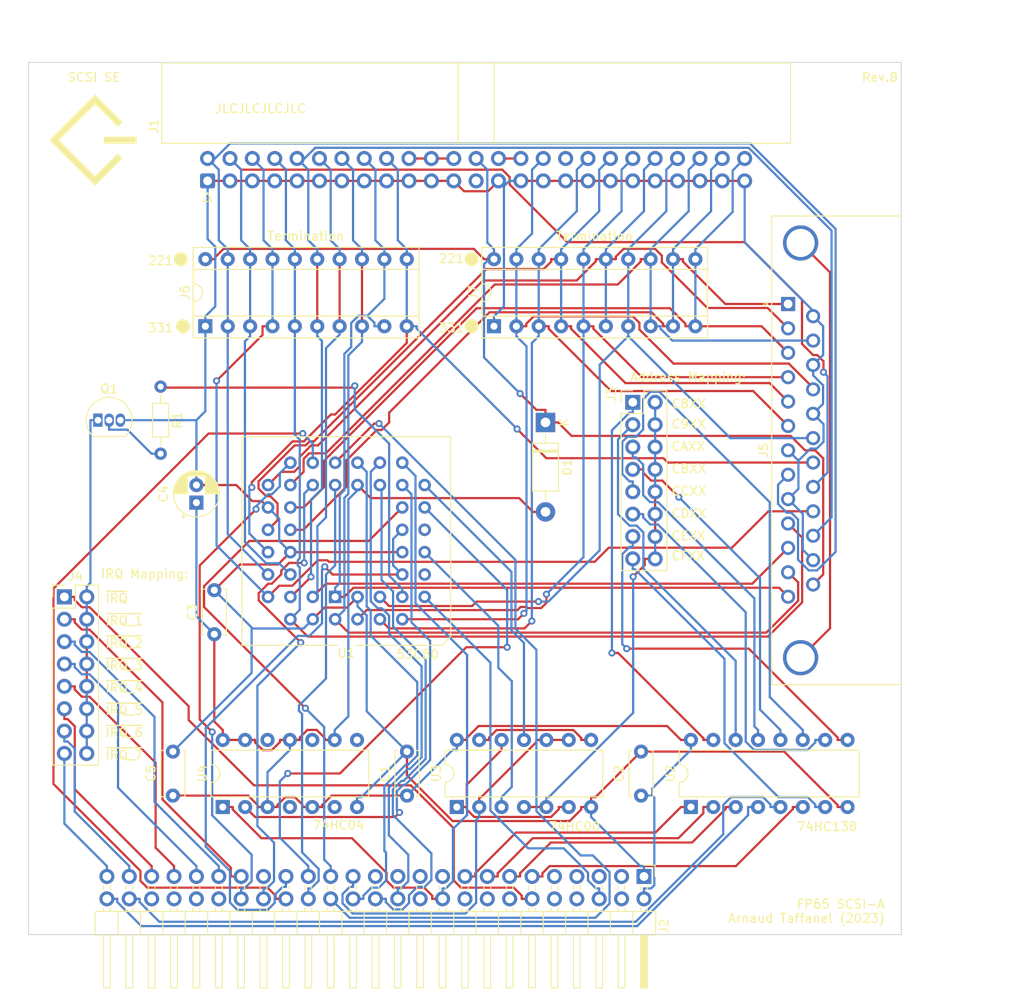
<source format=kicad_pcb>
(kicad_pcb (version 20221018) (generator pcbnew)
  (layers (0 "F.Cu" signal) (31 "B.Cu" signal) (34 "B.Paste" user) (35 "F.Paste" user) (36 "B.SilkS" user "B.Silkscreen") (37 "F.SilkS" user "F.Silkscreen") (38 "B.Mask" user) (39 "F.Mask" user) (44 "Edge.Cuts" user))
  (net 0 "")
  (net 1 "GND")
  (net 2 "/~{DB0}")
  (net 3 "/~{DB1}")
  (net 4 "/~{DB2}")
  (net 5 "/~{DB3}")
  (net 6 "/~{DB4}")
  (net 7 "/~{DB5}")
  (net 8 "/~{DB6}")
  (net 9 "/~{DB7}")
  (net 10 "/~{DBP}")
  (net 11 "Net-(J1-Pin_20)")
  (net 13 "Net-(J1-Pin_28)")
  (net 14 "/~{ATN}")
  (net 16 "/~{BSY}")
  (net 17 "/~{ACK}")
  (net 18 "/~{RST}")
  (net 19 "/~{MSG}")
  (net 20 "/~{SEL}")
  (net 21 "/C{slash}~{D}")
  (net 22 "/~{REQ}")
  (net 23 "/I{slash}~{O}")
  (net 25 "/CLK")
  (net 28 "/~{RES}")
  (net 34 "/A11")
  (net 35 "Net-(J2-~{IRQ})")
  (net 36 "/A10")
  (net 38 "/A9")
  (net 39 "VCC")
  (net 41 "/A8")
  (net 44 "/R{slash}~{W}")
  (net 48 "/D7")
  (net 50 "/D6")
  (net 51 "/A3")
  (net 52 "/D5")
  (net 53 "/A2")
  (net 54 "/D4")
  (net 55 "/A1")
  (net 56 "/D3")
  (net 57 "/A0")
  (net 58 "/D2")
  (net 60 "/D1")
  (net 61 "Net-(J2-~{IRQ_1})")
  (net 62 "/D0")
  (net 63 "Net-(J2-~{IRQ_2})")
  (net 65 "Net-(J2-~{IRQ_3})")
  (net 67 "Net-(J2-~{IRQ_4})")
  (net 69 "Net-(J2-~{IRQ_5})")
  (net 71 "Net-(J2-~{IRQ_6})")
  (net 72 "/~{IO_SEL}")
  (net 73 "Net-(J2-~{IRQ_7})")
  (net 74 "/~{BUS_SEL}")
  (net 75 "/~{C8XX}")
  (net 76 "Net-(J3-Pin_10)")
  (net 77 "/~{C9XX}")
  (net 78 "/~{CAXX}")
  (net 79 "/~{CBXX}")
  (net 80 "/~{CCXX}")
  (net 81 "/~{CDXX}")
  (net 82 "/~{CEXX}")
  (net 83 "/~{CFXX}")
  (net 84 "/~{IRQ}")
  (net 85 "/~{DACK}")
  (net 86 "/~{CS}")
  (net 87 "/~{IOR}")
  (net 88 "Net-(U3-Pad1)")
  (net 89 "Net-(U3-Pad13)")
  (net 90 "/TRM_PWR")
  (net 91 "unconnected-(J5-PAD-Pad0)")
  (net 92 "Net-(Q1-B)")
  (net 93 "/IRQ")
  (footprint "Connector_PinHeader_2.54mm:PinHeader_2x25_P2.54mm_Horizontal" (layer "F.Cu") (at 171.45 143.256 -90)
    (fp_text reference "J2")
    (fp_text value "~")
  )
  (footprint "Diode_THT:D_DO-41_SOD81_P10.16mm_Horizontal" (layer "F.Cu") (at 160.274 91.694 -90)
    (fp_text reference "D1")
    (fp_text value "1N5817")
  )
  (footprint "Package_DIP:DIP-20_W7.62mm_Socket" (layer "F.Cu") (at 121.666 80.772 90)
    (fp_text reference "J6")
    (fp_text value "Conn_02x10_Counter_Clockwise")
  )
  (footprint "Package_LCC:PLCC-44_THT-Socket" (layer "F.Cu") (at 136.398 111.506 180)
    (fp_text reference "U1")
    (fp_text value "Z53C80003VSG")
  )
  (footprint "Connector_PinHeader_2.54mm:PinHeader_2x08_P2.54mm_Vertical" (layer "F.Cu") (at 105.664 111.506)
    (fp_text reference "J4")
    (fp_text value "Conn_02x08_Odd_Even")
  )
  (footprint "Library:scsi-logo" (layer "F.Cu") (at 108.966 59.69)
    (fp_text reference "G***" hide)
    (fp_text value "LOGO" hide)
  )
  (footprint "Resistor_THT:R_Axial_DIN0204_L3.6mm_D1.6mm_P7.62mm_Horizontal" (layer "F.Cu") (at 116.586 87.63 -90)
    (fp_text reference "R1")
    (fp_text value "R")
  )
  (footprint "Package_DIP:DIP-14_W7.62mm" (layer "F.Cu") (at 123.6422 135.372 90)
    (fp_text reference "U4")
    (fp_text value "74HC04")
  )
  (footprint "Package_TO_SOT_THT:TO-92_Inline" (layer "F.Cu") (at 109.474 91.44)
    (fp_text reference "Q1")
    (fp_text value "BC547")
  )
  (footprint "Capacitor_THT:C_Disc_D5.0mm_W2.5mm_P5.00mm" (layer "F.Cu") (at 122.682 115.744 90)
    (fp_text reference "C3")
    (fp_text value "C")
  )
  (footprint "Capacitor_THT:C_Disc_D5.0mm_W2.5mm_P5.00mm" (layer "F.Cu") (at 117.983 134.072 90)
    (fp_text reference "C5")
    (fp_text value "C")
  )
  (footprint "Capacitor_THT:CP_Radial_D5.0mm_P2.00mm" (layer "F.Cu") (at 120.65 100.806 90)
    (fp_text reference "C4")
    (fp_text value "C")
  )
  (footprint "Package_DIP:DIP-16_W7.62mm" (layer "F.Cu") (at 176.779 135.372 90)
    (fp_text reference "U2")
    (fp_text value "74LS138")
  )
  (footprint "Connector_IDC:IDC-Header_2x25_P2.54mm_Horizontal" (layer "F.Cu") (at 121.92 64.262 90)
    (fp_text reference "J1")
    (fp_text value "Conn_02x25_Odd_Even")
  )
  (footprint "Package_DIP:DIP-20_W7.62mm_Socket" (layer "F.Cu") (at 154.427 80.772 90)
    (fp_text reference "J7")
    (fp_text value "Conn_02x10_Counter_Clockwise")
  )
  (footprint "Package_DIP:DIP-14_W7.62mm" (layer "F.Cu") (at 150.2106 135.372 90)
    (fp_text reference "U3")
    (fp_text value "74HC00")
  )
  (footprint "Capacitor_THT:C_Disc_D5.0mm_W2.5mm_P5.00mm" (layer "F.Cu") (at 144.5514 134.072 90)
    (fp_text reference "C1")
    (fp_text value "C")
  )
  (footprint "Connector_PinHeader_2.54mm:PinHeader_2x08_P2.54mm_Vertical" (layer "F.Cu") (at 170.18 89.408)
    (fp_text reference "J3")
    (fp_text value "Conn_02x08_Odd_Even")
  )
  (footprint "Capacitor_THT:C_Disc_D5.0mm_W2.5mm_P5.00mm" (layer "F.Cu") (at 171.1198 134.072 90)
    (fp_text reference "C2")
    (fp_text value "C")
  )
  (footprint "Connector_Dsub:DSUB-25_Female_Horizontal_P2.77x2.84mm_EdgePinOffset9.90mm_Housed_MountingHolesOffset11.32mm" (layer "F.Cu") (at 187.8117 78.244 90)
    (fp_text reference "J5")
    (fp_text value "DB25_Receptacle")
  )
  (gr_circle (center 118.872 73.152) (end 119.59042 73.152) (stroke (width 0.15)) (fill solid) (layer "F.SilkS"))
  (gr_circle (center 151.892 80.772) (end 152.61042 80.772) (stroke (width 0.15)) (fill solid) (layer "F.SilkS"))
  (gr_circle (center 119.126 80.772) (end 119.84442 80.772) (stroke (width 0.15)) (fill solid) (layer "F.SilkS"))
  (gr_circle (center 151.892 73.152) (end 152.61042 73.152) (stroke (width 0.15)) (fill solid) (layer "F.SilkS"))
  (gr_rect (start 101.6 50.8) (end 200.66 149.86) (stroke (width 0.1)) (fill none) (layer "Edge.Cuts"))
  (gr_text "~{IRQ_2}" (at 110.236 117.348) (layer "F.SilkS") (effects (font (size 1 1)) (justify left bottom)))
  (gr_text "CCXX" (at 174.498 100.076) (layer "F.SilkS") (effects (font (size 1 1)) (justify left bottom)))
  (gr_text "~{IRQ_3}" (at 110.236 119.888) (layer "F.SilkS") (effects (font (size 1 1)) (justify left bottom)))
  (gr_text "331" (at 115.062 81.534) (layer "F.SilkS") (effects (font (size 1 1)) (justify left bottom)))
  (gr_text "53C80" (at 143.256 118.618) (layer "F.SilkS") (effects (font (size 1 1)) (justify left bottom)))
  (gr_text "Address Mapping:" (at 169.799 87.122) (layer "F.SilkS") (effects (font (size 1 1)) (justify left bottom)))
  (gr_text "Rev.B" (at 196.088 53.086) (layer "F.SilkS") (effects (font (size 1 1)) (justify left bottom)))
  (gr_text "74HC138" (at 188.722 138.176) (layer "F.SilkS") (effects (font (size 1 1)) (justify left bottom)))
  (gr_text "Termination" (at 128.608857 71.12) (layer "F.SilkS") (effects (font (size 1 1)) (justify left bottom)))
  (gr_text "JLCJLCJLCJLC" (at 122.682 56.642) (layer "F.SilkS") (effects (font (size 1 1)) (justify left bottom)))
  (gr_text "C8XX" (at 174.498 90.17) (layer "F.SilkS") (effects (font (size 1 1)) (justify left bottom)))
  (gr_text "~{IRQ_5}" (at 110.236 124.968) (layer "F.SilkS") (effects (font (size 1 1)) (justify left bottom)))
  (gr_text "FP65 SCSI-A\nArnaud Taffanel (2023)" (at 198.882 148.59) (layer "F.SilkS") (effects (font (size 1 1)) (justify right bottom)))
  (gr_text "CDXX" (at 174.498 102.616) (layer "F.SilkS") (effects (font (size 1 1)) (justify left bottom)))
  (gr_text "~{IRQ_1}" (at 110.236 114.808) (layer "F.SilkS") (effects (font (size 1 1)) (justify left bottom)))
  (gr_text "~{IRQ}" (at 110.236 112.268) (layer "F.SilkS") (effects (font (size 1 1)) (justify left bottom)))
  (gr_text "221" (at 115.062 73.914) (layer "F.SilkS") (effects (font (size 1 1)) (justify left bottom)))
  (gr_text "~{IRQ_4}" (at 110.236 122.428) (layer "F.SilkS") (effects (font (size 1 1)) (justify left bottom)))
  (gr_text "CBXX" (at 174.498 97.536) (layer "F.SilkS") (effects (font (size 1 1)) (justify left bottom)))
  (gr_text "CEXX" (at 174.498 105.156) (layer "F.SilkS") (effects (font (size 1 1)) (justify left bottom)))
  (gr_text "CAXX" (at 174.498 94.996) (layer "F.SilkS") (effects (font (size 1 1)) (justify left bottom)))
  (gr_text "331" (at 148.082 81.534) (layer "F.SilkS") (effects (font (size 1 1)) (justify left bottom)))
  (gr_text "SCSI SE" (at 105.918 53.086) (layer "F.SilkS") (effects (font (size 1 1)) (justify left bottom)))
  (gr_text "C9XX" (at 174.498 92.456) (layer "F.SilkS") (effects (font (size 1 1)) (justify left bottom)))
  (gr_text "~{IRQ_6}" (at 110.236 127.508) (layer "F.SilkS") (effects (font (size 1 1)) (justify left bottom)))
  (gr_text "221" (at 148.082 73.66) (layer "F.SilkS") (effects (font (size 1 1)) (justify left bottom)))
  (gr_text "74HC00" (at 160.528 138.176) (layer "F.SilkS") (effects (font (size 1 1)) (justify left bottom)))
  (gr_text "CFXX" (at 174.498 107.442) (layer "F.SilkS") (effects (font (size 1 1)) (justify left bottom)))
  (gr_text "IRQ Mapping:" (at 109.728 109.474) (layer "F.SilkS") (effects (font (size 1 1)) (justify left bottom)))
  (gr_text "Termination" (at 161.369857 71.12) (layer "F.SilkS") (effects (font (size 1 1)) (justify left bottom)))
  (gr_text "~{IRQ_7}" (at 110.236 130.048) (layer "F.SilkS") (effects (font (size 1 1)) (justify left bottom)))
  (segment (start 154.94 64.262) (end 153.7608 65.4412) (width 0.25) (layer "F.Cu") (net 1))
  (segment (start 167.64 64.262) (end 165.1 64.262) (width 0.25) (layer "F.Cu") (net 1))
  (segment (start 151.0392 65.4412) (end 149.86 64.262) (width 0.25) (layer "F.Cu") (net 1))
  (segment (start 165.1 64.262) (end 162.56 64.262) (width 0.25) (layer "F.Cu") (net 1))
  (segment (start 177.8 64.262) (end 175.26 64.262) (width 0.25) (layer "F.Cu") (net 1))
  (segment (start 164.3237 135.372) (end 164.3237 135.6537) (width 0.25) (layer "F.Cu") (net 1))
  (segment (start 162.56 64.262) (end 160.02 64.262) (width 0.25) (layer "F.Cu") (net 1))
  (segment (start 194.559 135.372) (end 193.4321 135.372) (width 0.25) (layer "F.Cu") (net 1))
  (segment (start 122.682 110.744) (end 125.6004 107.8256) (width 0.25) (layer "F.Cu") (net 1))
  (segment (start 144.5514 131.7751) (end 144.5514 129.072) (width 0.25) (layer "F.Cu") (net 1))
  (segment (start 187.3656 129.072) (end 193.4321 135.1385) (width 0.25) (layer "F.Cu") (net 1))
  (segment (start 142.24 64.262) (end 139.7 64.262) (width 0.25) (layer "F.Cu") (net 1))
  (segment (start 165.4506 135.372) (end 164.3237 135.372) (width 0.25) (layer "F.Cu") (net 1))
  (segment (start 163.0135 136.9639) (end 149.7402 136.9639) (width 0.25) (layer "F.Cu") (net 1))
  (segment (start 165.9467 134.2451) (end 171.1198 129.072) (width 0.25) (layer "F.Cu") (net 1))
  (segment (start 129.54 64.262) (end 127 64.262) (width 0.25) (layer "F.Cu") (net 1))
  (segment (start 133.858 114.046) (end 135.1832 112.7208) (width 0.25) (layer "F.Cu") (net 1))
  (segment (start 160.02 64.262) (end 157.48 64.262) (width 0.25) (layer "F.Cu") (net 1))
  (segment (start 172.72 64.262) (end 170.18 64.262) (width 0.25) (layer "F.Cu") (net 1))
  (segment (start 137.7232 112.7208) (end 138.938 111.506) (width 0.25) (layer "F.Cu") (net 1))
  (segment (start 134.62 64.262) (end 132.08 64.262) (width 0.25) (layer "F.Cu") (net 1))
  (segment (start 125.1726 98.806) (end 127.0009 100.6343) (width 0.25) (layer "F.Cu") (net 1))
  (segment (start 149.7402 136.9639) (end 144.5514 131.7751) (width 0.25) (layer "F.Cu") (net 1))
  (segment (start 120.65 98.806) (end 125.1726 98.806) (width 0.25) (layer "F.Cu") (net 1))
  (segment (start 132.08 64.262) (end 129.54 64.262) (width 0.25) (layer "F.Cu") (net 1))
  (segment (start 170.18 64.262) (end 167.64 64.262) (width 0.25) (layer "F.Cu") (net 1))
  (segment (start 165.4506 134.2451) (end 165.9467 134.2451) (width 0.25) (layer "F.Cu") (net 1))
  (segment (start 125.6004 107.8256) (end 129.9184 107.8256) (width 0.25) (layer "F.Cu") (net 1))
  (segment (start 147.32 64.262) (end 144.78 64.262) (width 0.25) (layer "F.Cu") (net 1))
  (segment (start 128.0663 100.6343) (end 128.778 101.346) (width 0.25) (layer "F.Cu") (net 1))
  (segment (start 139.7 64.262) (end 137.16 64.262) (width 0.25) (layer "F.Cu") (net 1))
  (segment (start 129.9184 107.8256) (end 131.318 106.426) (width 0.25) (layer "F.Cu") (net 1))
  (segment (start 171.1198 129.072) (end 187.3656 129.072) (width 0.25) (layer "F.Cu") (net 1))
  (segment (start 127.0009 100.6343) (end 128.0663 100.6343) (width 0.25) (layer "F.Cu") (net 1))
  (segment (start 149.86 64.262) (end 147.32 64.262) (width 0.25) (layer "F.Cu") (net 1))
  (segment (start 131.318 106.426) (end 144.018 106.426) (width 0.25) (layer "F.Cu") (net 1))
  (segment (start 175.26 64.262) (end 172.72 64.262) (width 0.25) (layer "F.Cu") (net 1))
  (segment (start 165.4506 135.372) (end 165.4506 134.2451) (width 0.25) (layer "F.Cu") (net 1))
  (segment (start 124.46 64.262) (end 121.92 64.262) (width 0.25) (layer "F.Cu") (net 1))
  (segment (start 164.3237 135.6537) (end 163.0135 136.9639) (width 0.25) (layer "F.Cu") (net 1))
  (segment (start 127 64.262) (end 124.46 64.262) (width 0.25) (layer "F.Cu") (net 1))
  (segment (start 180.34 64.262) (end 177.8 64.262) (width 0.25) (layer "F.Cu") (net 1))
  (segment (start 153.7608 65.4412) (end 151.0392 65.4412) (width 0.25) (layer "F.Cu") (net 1))
  (segment (start 135.1832 112.7208) (end 137.7232 112.7208) (width 0.25) (layer "F.Cu") (net 1))
  (segment (start 193.4321 135.1385) (end 193.4321 135.372) (width 0.25) (layer "F.Cu") (net 1))
  (segment (start 144.78 64.262) (end 142.24 64.262) (width 0.25) (layer "F.Cu") (net 1))
  (segment (start 137.16 64.262) (end 134.62 64.262) (width 0.25) (layer "F.Cu") (net 1))
  (segment (start 182.88 64.262) (end 180.34 64.262) (width 0.25) (layer "F.Cu") (net 1))
  (segment (start 189.4795 106.1568) (end 189.4795 102.0718) (width 0.25) (layer "B.Cu") (net 1))
  (segment (start 121.666 80.772) (end 121.666 79.6451) (width 0.25) (layer "B.Cu") (net 1))
  (segment (start 121.666 80.772) (end 121.666 90.424) (width 0.25) (layer "B.Cu") (net 1))
  (segment (start 122.682 110.744) (end 126.9153 114.9773) (width 0.25) (layer "B.Cu") (net 1))
  (segment (start 182.88 71.25) (end 190.6517 79.0217) (width 0.25) (layer "B.Cu") (net 1))
  (segment (start 144.5514 129.072) (end 139.3783 134.2451) (width 0.25) (layer "B.Cu") (net 1))
  (segment (start 120.65 91.44) (end 112.014 91.44) (width 0.25) (layer "B.Cu") (net 1))
  (segment (start 171.0308 142.0791) (end 171.45 142.0791) (width 0.25) (layer "B.Cu") (net 1))
  (segment (start 130.048 105.156) (end 131.318 106.426) (width 0.25) (layer "B.Cu") (net 1))
  (segment (start 130.048 102.616) (end 130.048 105.156) (width 0.25) (layer "B.Cu") (net 1))
  (segment (start 189.4795 102.0718) (end 187.8117 100.404) (width 0.25) (layer "B.Cu") (net 1))
  (segment (start 154.94 64.262) (end 155.5539 64.8759) (width 0.25) (layer "B.Cu") (net 1))
  (segment (start 156.1678 64.262) (end 155.5539 64.8759) (width 0.25) (layer "B.Cu") (net 1))
  (segment (start 122.7929 78.5182) (end 121.666 79.6451) (width 0.25) (layer "B.Cu") (net 1))
  (segment (start 171.45 143.256) (end 171.45 142.0791) (width 0.25) (layer "B.Cu") (net 1))
  (segment (start 120.65 98.806) (end 120.65 91.44) (width 0.25) (layer "B.Cu") (net 1))
  (segment (start 132.8067 115.0973) (end 133.858 114.046) (width 0.25) (layer "B.Cu") (net 1))
  (segment (start 138.938 111.506) (end 138.938 112.5779) (width 0.25) (layer "B.Cu") (net 1))
  (segment (start 154.427 80.772) (end 154.427 79.6451) (width 0.25) (layer "B.Cu") (net 1))
  (segment (start 190.6517 107.329) (end 189.4795 106.1568) (width 0.25) (layer "B.Cu") (net 1))
  (segment (start 165.4506 135.372) (end 165.4506 136.4989) (width 0.25) (layer "B.Cu") (net 1))
  (segment (start 121.92 70.8699) (end 122.7929 71.7428) (width 0.25) (layer "B.Cu") (net 1))
  (segment (start 191.8323 93.8927) (end 191.0617 94.6633) (width 0.25) (layer "B.Cu") (net 1))
  (segment (start 139.9761 124.4967) (end 144.5514 129.072) (width 0.25) (layer "B.Cu") (net 1))
  (segment (start 190.6517 85.169) (end 190.6517 86.3453) (width 0.25) (layer "B.Cu") (net 1))
  (segment (start 126.9153 114.9773) (end 126.9153 115.0973) (width 0.25) (layer "B.Cu") (net 1))
  (segment (start 190.6517 90.709) (end 191.8323 91.8896) (width 0.25) (layer "B.Cu") (net 1))
  (segment (start 157.48 64.262) (end 156.1678 64.262) (width 0.25) (layer "B.Cu") (net 1))
  (segment (start 138.8822 135.372) (end 138.8822 134.2451) (width 0.25) (layer "B.Cu") (net 1))
  (segment (start 126.9153 115.0973) (end 126.9153 120.1397) (width 0.25) (layer "B.Cu") (net 1))
  (segment (start 191.7786 87.4722) (end 191.7786 89.5821) (width 0.25) (layer "B.Cu") (net 1))
  (segment (start 121.92 64.262) (end 121.92 70.8699) (width 0.25) (layer "B.Cu") (net 1))
  (segment (start 191.7786 89.5821) (end 190.6517 90.709) (width 0.25) (layer "B.Cu") (net 1))
  (segment (start 128.778 101.346) (end 130.048 102.616) (width 0.25) (layer "B.Cu") (net 1))
  (segment (start 191.8323 91.8896) (end 191.8323 93.8927) (width 0.25) (layer "B.Cu") (net 1))
  (segment (start 187.8117 100.404) (end 188.9822 99.2335) (width 0.25) (layer "B.Cu") (net 1))
  (segment (start 188.9822 99.2335) (end 188.9822 96.0345) (width 0.25) (layer "B.Cu") (net 1))
  (segment (start 191.787 84.0337) (end 190.6517 85.169) (width 0.25) (layer "B.Cu") (net 1))
  (segment (start 138.938 112.5779) (end 139.9761 113.616) (width 0.25) (layer "B.Cu") (net 1))
  (segment (start 182.88 64.262) (end 182.88 71.25) (width 0.25) (layer "B.Cu") (net 1))
  (segment (start 121.666 90.424) (end 120.65 91.44) (width 0.25) (layer "B.Cu") (net 1))
  (segment (start 191.0617 94.6633) (end 190.3534 94.6633) (width 0.25) (layer "B.Cu") (net 1))
  (segment (start 190.6517 86.3453) (end 191.7786 87.4722) (width 0.25) (layer "B.Cu") (net 1))
  (segment (start 155.5539 64.8759) (end 155.5539 78.5182) (width 0.25) (layer "B.Cu") (net 1))
  (segment (start 126.9153 115.0973) (end 132.8067 115.0973) (width 0.25) (layer "B.Cu") (net 1))
  (segment (start 165.4506 136.4989) (end 171.0308 142.0791) (width 0.25) (layer "B.Cu") (net 1))
  (segment (start 139.9761 113.616) (end 139.9761 124.4967) (width 0.25) (layer "B.Cu") (net 1))
  (segment (start 126.9153 120.1397) (end 117.983 129.072) (width 0.25) (layer "B.Cu") (net 1))
  (segment (start 139.3783 134.2451) (end 138.8822 134.2451) (width 0.25) (layer "B.Cu") (net 1))
  (segment (start 190.6517 79.629) (end 191.787 80.7643) (width 0.25) (layer "B.Cu") (net 1))
  (segment (start 188.9822 96.0345) (end 187.8117 94.864) (width 0.25) (layer "B.Cu") (net 1))
  (segment (start 122.7929 71.7428) (end 122.7929 78.5182) (width 0.25) (layer "B.Cu") (net 1))
  (segment (start 191.787 80.7643) (end 191.787 84.0337) (width 0.25) (layer "B.Cu") (net 1))
  (segment (start 190.3534 94.6633) (end 188.9822 96.0345) (width 0.25) (layer "B.Cu") (net 1))
  (segment (start 155.5539 78.5182) (end 154.427 79.6451) (width 0.25) (layer "B.Cu") (net 1))
  (segment (start 190.6517 79.0217) (end 190.6517 79.629) (width 0.25) (layer "B.Cu") (net 1))
  (segment (start 123.1904 62.9924) (end 123.1904 71.0095) (width 0.25) (layer "B.Cu") (net 2))
  (segment (start 123.1904 71.0095) (end 124.206 72.0251) (width 0.25) (layer "B.Cu") (net 2))
  (segment (start 124.4727 60.0103) (end 122.3405 62.1425) (width 0.25) (layer "B.Cu") (net 2))
  (segment (start 121.92 61.722) (end 122.3405 62.1425) (width 0.25) (layer "B.Cu") (net 2))
  (segment (start 188.9386 107.2825) (end 190.1576 108.5015) (width 0.25) (layer "B.Cu") (net 2))
  (segment (start 193.2016 69.719) (end 183.4929 60.0103) (width 0.25) (layer "B.Cu") (net 2))
  (segment (start 124.206 72.5885) (end 124.206 73.152) (width 0.25) (layer "B.Cu") (net 2))
  (segment (start 190.1576 108.5015) (end 191.086 108.5015) (width 0.25) (layer "B.Cu") (net 2))
  (segment (start 188.1797 101.9483) (end 188.9386 102.7072) (width 0.25) (layer "B.Cu") (net 2))
  (segment (start 183.4929 60.0103) (end 124.4727 60.0103) (width 0.25) (layer "B.Cu") (net 2))
  (segment (start 188.9386 102.7072) (end 188.9386 107.2825) (width 0.25) (layer "B.Cu") (net 2))
  (segment (start 122.3405 62.1425) (end 123.1904 62.9924) (width 0.25) (layer "B.Cu") (net 2))
  (segment (start 186.6686 100.9513) (end 187.6656 101.9483) (width 0.25) (layer "B.Cu") (net 2))
  (segment (start 124.206 72.5885) (end 124.206 72.0251) (width 0.25) (layer "B.Cu") (net 2))
  (segment (start 124.206 73.152) (end 124.206 80.772) (width 0.25) (layer "B.Cu") (net 2))
  (segment (start 128.778 108.966) (end 124.206 104.394) (width 0.25) (layer "B.Cu") (net 2))
  (segment (start 187.6656 101.9483) (end 188.1797 101.9483) (width 0.25) (layer "B.Cu") (net 2))
  (segment (start 191.086 108.5015) (end 193.2016 106.3859) (width 0.25) (layer "B.Cu") (net 2))
  (segment (start 193.2016 106.3859) (end 193.2016 69.719) (width 0.25) (layer "B.Cu") (net 2))
  (segment (start 186.6686 98.7771) (end 186.6686 100.9513) (width 0.25) (layer "B.Cu") (net 2))
  (segment (start 124.206 104.394) (end 124.206 80.772) (width 0.25) (layer "B.Cu") (net 2))
  (segment (start 187.8117 97.634) (end 186.6686 98.7771) (width 0.25) (layer "B.Cu") (net 2))
  (segment (start 191.8266 84.7502) (end 191.8266 85.9872) (width 0.25) (layer "F.Cu") (net 3))
  (segment (start 189.391 82.7814) (end 190.6517 84.0421) (width 0.25) (layer "F.Cu") (net 3))
  (segment (start 125.73 62.992) (end 155.3709 62.992) (width 0.25) (layer "F.Cu") (net 3))
  (segment (start 191.1185 84.0421) (end 191.8266 84.7502) (width 0.25) (layer "F.Cu") (net 3))
  (segment (start 182.8623 71.2211) (end 189.391 77.7498) (width 0.25) (layer "F.Cu") (net 3))
  (segment (start 156.21 64.6779) (end 162.7532 71.2211) (width 0.25) (layer "F.Cu") (net 3))
  (segment (start 190.6517 84.0421) (end 191.1185 84.0421) (width 0.25) (layer "F.Cu") (net 3))
  (segment (start 124.46 61.722) (end 125.73 62.992) (width 0.25) (layer "F.Cu") (net 3))
  (segment (start 156.21 63.8311) (end 156.21 64.6779) (width 0.25) (layer "F.Cu") (net 3))
  (segment (start 155.3709 62.992) (end 156.21 63.8311) (width 0.25) (layer "F.Cu") (net 3))
  (segment (start 162.7532 71.2211) (end 182.8623 71.2211) (width 0.25) (layer "F.Cu") (net 3))
  (segment (start 189.391 77.7498) (end 189.391 82.7814) (width 0.25) (layer "F.Cu") (net 3))
  (via (at 191.8266 85.9872) (size 0.8) (drill 0.4) (layers "F.Cu" "B.Cu") (net 3))
  (segment (start 192.2842 86.4448) (end 192.2842 97.3865) (width 0.25) (layer "B.Cu") (net 3))
  (segment (start 126.746 81.8989) (end 126.1586 82.4863) (width 0.25) (layer "B.Cu") (net 3))
  (segment (start 130.048 107.696) (end 131.318 108.966) (width 0.25) (layer "B.Cu") (net 3))
  (segment (start 126.746 73.152) (end 126.746 80.772) (width 0.25) (layer "B.Cu") (net 3))
  (segment (start 126.1586 105.2833) (end 128.5713 107.696) (width 0.25) (layer "B.Cu") (net 3))
  (segment (start 126.746 73.152) (end 126.746 72.0251) (width 0.25) (layer "B.Cu") (net 3))
  (segment (start 126.1586 82.4863) (end 126.1586 105.2833) (width 0.25) (layer "B.Cu") (net 3))
  (segment (start 128.5713 107.696) (end 130.048 107.696) (width 0.25) (layer "B.Cu") (net 3))
  (segment (start 124.46 61.722) (end 125.7299 62.9919) (width 0.25) (layer "B.Cu") (net 3))
  (segment (start 191.8266 85.9872) (end 192.2842 86.4448) (width 0.25) (layer "B.Cu") (net 3))
  (segment (start 125.7299 62.9919) (end 125.7299 71.009) (width 0.25) (layer "B.Cu") (net 3))
  (segment (start 192.2842 97.3865) (end 190.6517 99.019) (width 0.25) (layer "B.Cu") (net 3))
  (segment (start 125.7299 71.009) (end 126.746 72.0251) (width 0.25) (layer "B.Cu") (net 3))
  (segment (start 126.746 80.772) (end 126.746 81.8989) (width 0.25) (layer "B.Cu") (net 3))
  (segment (start 128.1591 81.7462) (end 122.936 86.9693) (width 0.25) (layer "F.Cu") (net 4))
  (segment (start 134.4273 107.3537) (end 131.545 110.236) (width 0.25) (layer "F.Cu") (net 4))
  (segment (start 185.5706 101.789) (end 181.4416 105.918) (width 0.25) (layer "F.Cu") (net 4))
  (segment (start 135.6917 107.5248) (end 135.5206 107.3537) (width 0.25) (layer "F.Cu") (net 4))
  (segment (start 167.4591 105.918) (end 165.8523 107.5248) (width 0.25) (layer "F.Cu") (net 4))
  (segment (start 165.8523 107.5248) (end 135.6917 107.5248) (width 0.25) (layer "F.Cu") (net 4))
  (segment (start 130.048 110.236) (end 128.778 111.506) (width 0.25) (layer "F.Cu") (net 4))
  (segment (start 181.4416 105.918) (end 167.4591 105.918) (width 0.25) (layer "F.Cu") (net 4))
  (segment (start 135.5206 107.3537) (end 134.4273 107.3537) (width 0.25) (layer "F.Cu") (net 4))
  (segment (start 190.6517 101.789) (end 185.5706 101.789) (width 0.25) (layer "F.Cu") (net 4))
  (segment (start 129.286 80.772) (end 128.1591 80.772) (width 0.25) (layer "F.Cu") (net 4))
  (segment (start 128.1591 80.772) (end 128.1591 81.7462) (width 0.25) (layer "F.Cu") (net 4))
  (segment (start 131.545 110.236) (end 130.048 110.236) (width 0.25) (layer "F.Cu") (net 4))
  (via (at 122.936 86.9693) (size 0.8) (drill 0.4) (layers "F.Cu" "B.Cu") (net 4))
  (segment (start 129.286 73.152) (end 129.286 72.0251) (width 0.25) (layer "B.Cu") (net 4))
  (segment (start 127 61.722) (end 128.2699 62.9919) (width 0.25) (layer "B.Cu") (net 4))
  (segment (start 122.936 86.9693) (end 122.936 105.664) (width 0.25) (layer "B.Cu") (net 4))
  (segment (start 129.286 73.152) (end 129.286 80.772) (width 0.25) (layer "B.Cu") (net 4))
  (segment (start 128.2699 71.009) (end 129.286 72.0251) (width 0.25) (layer "B.Cu") (net 4))
  (segment (start 128.2699 62.9919) (end 128.2699 71.009) (width 0.25) (layer "B.Cu") (net 4))
  (segment (start 122.936 105.664) (end 128.778 111.506) (width 0.25) (layer "B.Cu") (net 4))
  (segment (start 189.4069 112.1325) (end 189.4069 104.7692) (width 0.25) (layer "F.Cu") (net 5))
  (segment (start 133.2874 116.0154) (end 185.524 116.0154) (width 0.25) (layer "F.Cu") (net 5))
  (segment (start 131.318 114.046) (end 133.2874 116.0154) (width 0.25) (layer "F.Cu") (net 5))
  (segment (start 189.4069 104.7692) (end 187.8117 103.174) (width 0.25) (layer "F.Cu") (net 5))
  (segment (start 185.524 116.0154) (end 189.4069 112.1325) (width 0.25) (layer "F.Cu") (net 5))
  (segment (start 131.826 73.152) (end 131.826 72.0251) (width 0.25) (layer "B.Cu") (net 5))
  (segment (start 132.3827 112.9813) (end 131.318 114.046) (width 0.25) (layer "B.Cu") (net 5))
  (segment (start 132.3827 93.6468) (end 132.3827 107.1214) (width 0.25) (layer "B.Cu") (net 5))
  (segment (start 132.3827 108.1716) (end 132.3827 112.9813) (width 0.25) (layer "B.Cu") (net 5))
  (segment (start 132.3827 107.1214) (end 132.1586 107.3455) (width 0.25) (layer "B.Cu") (net 5))
  (segment (start 132.1586 107.3455) (end 132.1586 107.9475) (width 0.25) (layer "B.Cu") (net 5))
  (segment (start 131.826 81.8989) (end 131.826 93.0901) (width 0.25) (layer "B.Cu") (net 5))
  (segment (start 130.81 62.992) (end 130.81 71.0091) (width 0.25) (layer "B.Cu") (net 5))
  (segment (start 132.1586 107.9475) (end 132.3827 108.1716) (width 0.25) (layer "B.Cu") (net 5))
  (segment (start 131.826 93.0901) (end 132.3827 93.6468) (width 0.25) (layer "B.Cu") (net 5))
  (segment (start 129.54 61.722) (end 130.81 62.992) (width 0.25) (layer "B.Cu") (net 5))
  (segment (start 130.81 71.0091) (end 131.826 72.0251) (width 0.25) (layer "B.Cu") (net 5))
  (segment (start 131.826 80.772) (end 131.826 81.8989) (width 0.25) (layer "B.Cu") (net 5))
  (segment (start 131.826 73.152) (end 131.826 80.772) (width 0.25) (layer "B.Cu") (net 5))
  (segment (start 134.366 73.152) (end 134.366 80.772) (width 0.25) (layer "F.Cu") (net 6))
  (segment (start 131.318 111.506) (end 131.3856 111.506) (width 0.25) (layer "F.Cu") (net 6))
  (segment (start 131.3856 111.506) (end 133.6587 109.2329) (width 0.25) (layer "F.Cu") (net 6))
  (via (at 133.6587 109.2329) (size 0.8) (drill 0.4) (layers "F.Cu" "B.Cu") (net 6))
  (segment (start 183.3363 60.5044) (end 192.7429 69.911) (width 0.25) (layer "B.Cu") (net 6))
  (segment (start 133.3499 71.009) (end 134.366 72.0251) (width 0.25) (layer "B.Cu") (net 6))
  (segment (start 192.7429 69.911) (end 192.7429 102.4678) (width 0.25) (layer "B.Cu") (net 6))
  (segment (start 134.8961 99.236) (end 134.8961 82.429) (width 0.25) (layer "B.Cu") (net 6))
  (segment (start 132.5005 62.1424) (end 133.3499 62.9919) (width 0.25) (layer "B.Cu") (net 6))
  (segment (start 132.5005 62.1424) (end 134.1385 60.5044) (width 0.25) (layer "B.Cu") (net 6))
  (segment (start 133.6587 109.2329) (end 133.6587 100.4734) (width 0.25) (layer "B.Cu") (net 6))
  (segment (start 133.3499 62.9919) (end 133.3499 71.009) (width 0.25) (layer "B.Cu") (net 6))
  (segment (start 132.08 61.722) (end 132.5005 62.1424) (width 0.25) (layer "B.Cu") (net 6))
  (segment (start 134.8961 82.429) (end 134.366 81.8989) (width 0.25) (layer "B.Cu") (net 6))
  (segment (start 192.7429 102.4678) (end 190.6517 104.559) (width 0.25) (layer "B.Cu") (net 6))
  (segment (start 134.1385 60.5044) (end 183.3363 60.5044) (width 0.25) (layer "B.Cu") (net 6))
  (segment (start 134.366 80.772) (end 134.366 81.8989) (width 0.25) (layer "B.Cu") (net 6))
  (segment (start 133.6587 100.4734) (end 134.8961 99.236) (width 0.25) (layer "B.Cu") (net 6))
  (segment (start 134.366 73.152) (end 134.366 72.0251) (width 0.25) (layer "B.Cu") (net 6))
  (segment (start 183.7498 110.0059) (end 135.3581 110.0059) (width 0.25) (layer "F.Cu") (net 7))
  (segment (start 135.3581 110.0059) (end 133.858 111.506) (width 0.25) (layer "F.Cu") (net 7))
  (segment (start 136.906 73.152) (end 136.906 80.772) (width 0.25) (layer "F.Cu") (net 7))
  (segment (start 187.8117 105.944) (end 183.7498 110.0059) (width 0.25) (layer "F.Cu") (net 7))
  (segment (start 135.8899 71.009) (end 136.906 72.0251) (width 0.25) (layer "B.Cu") (net 7))
  (segment (start 136.906 73.152) (end 136.906 72.0251) (width 0.25) (layer "B.Cu") (net 7))
  (segment (start 136.906 80.772) (end 136.906 81.7117) (width 0.25) (layer "B.Cu") (net 7))
  (segment (start 134.3856 110.9784) (end 134.3856 103.4556) (width 0.25) (layer "B.Cu") (net 7))
  (segment (start 134.62 61.722) (end 135.8899 62.9919) (width 0.25) (layer "B.Cu") (net 7))
  (segment (start 134.3856 103.4556) (end 135.3599 102.4813) (width 0.25) (layer "B.Cu") (net 7))
  (segment (start 135.3599 83.2578) (end 136.906 81.7117) (width 0.25) (layer "B.Cu") (net 7))
  (segment (start 135.3599 102.4813) (end 135.3599 83.2578) (width 0.25) (layer "B.Cu") (net 7))
  (segment (start 133.858 111.506) (end 134.3856 110.9784) (width 0.25) (layer "B.Cu") (net 7))
  (segment (start 135.8899 62.9919) (end 135.8899 71.009) (width 0.25) (layer "B.Cu") (net 7))
  (segment (start 188.9502 111.9501) (end 188.9502 109.8525) (width 0.25) (layer "F.Cu") (net 8))
  (segment (start 185.3368 115.5635) (end 188.9502 111.9501) (width 0.25) (layer "F.Cu") (net 8))
  (segment (start 139.446 73.152) (end 139.446 80.772) (width 0.25) (layer "F.Cu") (net 8))
  (segment (start 136.398 114.046) (end 137.9155 115.5635) (width 0.25) (layer "F.Cu") (net 8))
  (segment (start 188.9502 109.8525) (end 187.8117 108.714) (width 0.25) (layer "F.Cu") (net 8))
  (segment (start 137.9155 115.5635) (end 185.3368 115.5635) (width 0.25) (layer "F.Cu") (net 8))
  (segment (start 138.4299 62.9919) (end 138.4299 71.009) (width 0.25) (layer "B.Cu") (net 8))
  (segment (start 137.16 61.722) (end 138.4299 62.9919) (width 0.25) (layer "B.Cu") (net 8))
  (segment (start 137.8961 99.8047) (end 137.8961 84.0879) (width 0.25) (layer "B.Cu") (net 8))
  (segment (start 137.4442 112.9998) (end 137.4442 100.2566) (width 0.25) (layer "B.Cu") (net 8))
  (segment (start 139.446 80.772) (end 139.446 81.8989) (width 0.25) (layer "B.Cu") (net 8))
  (segment (start 137.8961 84.0879) (end 139.446 82.538) (width 0.25) (layer "B.Cu") (net 8))
  (segment (start 139.446 73.152) (end 139.446 72.0251) (width 0.25) (layer "B.Cu") (net 8))
  (segment (start 139.446 82.538) (end 139.446 81.8989) (width 0.25) (layer "B.Cu") (net 8))
  (segment (start 137.4442 100.2566) (end 137.8961 99.8047) (width 0.25) (layer "B.Cu") (net 8))
  (segment (start 136.398 114.046) (end 137.4442 112.9998) (width 0.25) (layer "B.Cu") (net 8))
  (segment (start 138.4299 71.009) (end 139.446 72.0251) (width 0.25) (layer "B.Cu") (net 8))
  (segment (start 136.398 111.506) (end 137.4361 111.506) (width 0.25) (layer "F.Cu") (net 9))
  (segment (start 137.4361 111.506) (end 138.4745 110.4676) (width 0.25) (layer "F.Cu") (net 9))
  (segment (start 186.7953 110.4676) (end 187.8117 111.484) (width 0.25) (layer "F.Cu") (net 9))
  (segment (start 138.4745 110.4676) (end 186.7953 110.4676) (width 0.25) (layer "F.Cu") (net 9))
  (segment (start 139.0401 79.582) (end 138.2201 80.402) (width 0.25) (layer "B.Cu") (net 9))
  (segment (start 140.8591 80.772) (end 140.8591 80.3831) (width 0.25) (layer "B.Cu") (net 9))
  (segment (start 140.9699 62.9919) (end 140.9699 71.009) (width 0.25) (layer "B.Cu") (net 9))
  (segment (start 136.9212 109.9447) (end 136.398 110.4679) (width 0.25) (layer "B.Cu") (net 9))
  (segment (start 140.058 79.582) (end 139.0401 79.582) (width 0.25) (layer "B.Cu") (net 9))
  (segment (start 137.4442 83.9007) (end 137.4442 99.3922) (width 0.25) (layer "B.Cu") (net 9))
  (segment (start 140.8591 80.3831) (end 140.058 79.582) (width 0.25) (layer "B.Cu") (net 9))
  (segment (start 141.986 73.152) (end 141.986 77.654) (width 0.25) (layer "B.Cu") (net 9))
  (segment (start 141.986 77.654) (end 140.058 79.582) (width 0.25) (layer "B.Cu") (net 9))
  (segment (start 141.986 80.772) (end 140.8591 80.772) (width 0.25) (layer "B.Cu") (net 9))
  (segment (start 139.7 61.722) (end 140.9699 62.9919) (width 0.25) (layer "B.Cu") (net 9))
  (segment (start 140.9699 71.009) (end 141.986 72.0251) (width 0.25) (layer "B.Cu") (net 9))
  (segment (start 136.398 111.506) (end 136.398 110.4679) (width 0.25) (layer "B.Cu") (net 9))
  (segment (start 138.2201 80.402) (end 138.2201 83.1248) (width 0.25) (layer "B.Cu") (net 9))
  (segment (start 138.2201 83.1248) (end 137.4442 83.9007) (width 0.25) (layer "B.Cu") (net 9))
  (segment (start 136.9212 99.9152) (end 136.9212 109.9447) (width 0.25) (layer "B.Cu") (net 9))
  (segment (start 141.986 73.152) (end 141.986 72.0251) (width 0.25) (layer "B.Cu") (net 9))
  (segment (start 137.4442 99.3922) (end 136.9212 99.9152) (width 0.25) (layer "B.Cu") (net 9))
  (segment (start 144.526 80.772) (end 144.526 81.8989) (width 0.25) (layer "F.Cu") (net 10))
  (segment (start 174.155 96.249) (end 173.664 95.758) (width 0.25) (layer "F.Cu") (net 10))
  (segment (start 132.8578 93.8486) (end 131.5659 93.8486) (width 0.25) (layer "F.Cu") (net 10))
  (segment (start 144.526 82.6634) (end 136.3994 90.79) (width 0.25) (layer "F.Cu") (net 10))
  (segment (start 135.9164 90.79) (end 132.8578 93.8486) (width 0.25) (layer "F.Cu") (net 10))
  (segment (start 173.664 95.758) (end 160.3675 95.758) (width 0.25) (layer "F.Cu") (net 10))
  (segment (start 160.3675 95.758) (end 157.0526 92.4431) (width 0.25) (layer "F.Cu") (net 10))
  (segment (start 131.5659 93.8486) (end 126.9342 98.4803) (width 0.25) (layer "F.Cu") (net 10))
  (segment (start 126.9342 98.4803) (end 126.9342 99.0704) (width 0.25) (layer "F.Cu") (net 10))
  (segment (start 136.3994 90.79) (end 135.9164 90.79) (width 0.25) (layer "F.Cu") (net 10))
  (segment (start 144.526 81.8989) (end 144.526 82.6634) (width 0.25) (layer "F.Cu") (net 10))
  (segment (start 190.6517 96.249) (end 174.155 96.249) (width 0.25) (layer "F.Cu") (net 10))
  (via (at 157.0526 92.4431) (size 0.8) (drill 0.4) (layers "F.Cu" "B.Cu") (net 10))
  (via (at 126.9342 99.0704) (size 0.8) (drill 0.4) (layers "F.Cu" "B.Cu") (net 10))
  (segment (start 144.526 73.152) (end 144.526 72.0251) (width 0.25) (layer "B.Cu") (net 10))
  (segment (start 142.24 61.722) (end 143.51 62.992) (width 0.25) (layer "B.Cu") (net 10))
  (segment (start 143.51 71.0091) (end 144.526 72.0251) (width 0.25) (layer "B.Cu") (net 10))
  (segment (start 126.9342 99.0704) (end 126.6611 99.3435) (width 0.25) (layer "B.Cu") (net 10))
  (segment (start 145.6529 81.0434) (end 157.0526 92.4431) (width 0.25) (layer "B.Cu") (net 10))
  (segment (start 126.6611 104.3091) (end 128.778 106.426) (width 0.25) (layer "B.Cu") (net 10))
  (segment (start 144.526 80.772) (end 145.6529 80.772) (width 0.25) (layer "B.Cu") (net 10))
  (segment (start 143.51 62.992) (end 143.51 71.0091) (width 0.25) (layer "B.Cu") (net 10))
  (segment (start 145.6529 80.772) (end 145.6529 81.0434) (width 0.25) (layer "B.Cu") (net 10))
  (segment (start 126.6611 99.3435) (end 126.6611 104.3091) (width 0.25) (layer "B.Cu") (net 10))
  (segment (start 144.526 73.152) (end 144.526 80.772) (width 0.25) (layer "B.Cu") (net 10))
  (segment (start 149.86 61.722) (end 147.32 61.722) (width 0.25) (layer "F.Cu") (net 11))
  (segment (start 147.32 61.722) (end 144.78 61.722) (width 0.25) (layer "F.Cu") (net 11))
  (segment (start 157.48 61.722) (end 154.94 61.722) (width 0.25) (layer "F.Cu") (net 13))
  (segment (start 190.6517 87.7704) (end 190.6517 87.939) (width 0.25) (layer "F.Cu") (net 14))
  (segment (start 158.939 79.6451) (end 170.193 79.6451) (width 0.25) (layer "F.Cu") (net 14))
  (segment (start 187.8909 85.0096) (end 190.6517 87.7704) (width 0.25) (layer "F.Cu") (net 14))
  (segment (start 158.0939 80.4902) (end 158.939 79.6451) (width 0.25) (layer "F.Cu") (net 14))
  (segment (start 157.8242 113.3812) (end 157.1594 114.046) (width 0.25) (layer "F.Cu") (net 14))
  (segment (start 157.1594 114.046) (end 144.018 114.046) (width 0.25) (layer "F.Cu") (net 14))
  (segment (start 156.967 80.772) (end 158.0939 80.772) (width 0.25) (layer "F.Cu") (net 14))
  (segment (start 170.193 79.6451) (end 170.937 80.3891) (width 0.25) (layer "F.Cu") (net 14))
  (segment (start 174.8034 85.0096) (end 187.8909 85.0096) (width 0.25) (layer "F.Cu") (net 14))
  (segment (start 170.937 80.3891) (end 170.937 81.1432) (width 0.25) (layer "F.Cu") (net 14))
  (segment (start 158.0939 80.772) (end 158.0939 80.4902) (width 0.25) (layer "F.Cu") (net 14))
  (segment (start 170.937 81.1432) (end 174.8034 85.0096) (width 0.25) (layer "F.Cu") (net 14))
  (via (at 157.8242 113.3812) (size 0.8) (drill 0.4) (layers "F.Cu" "B.Cu") (net 14))
  (segment (start 158.1193 83.0512) (end 156.967 81.8989) (width 0.25) (layer "B.Cu") (net 14))
  (segment (start 156.967 73.152) (end 156.967 72.0251) (width 0.25) (layer "B.Cu") (net 14))
  (segment (start 158.75 62.992) (end 158.75 70.2421) (width 0.25) (layer "B.Cu") (net 14))
  (segment (start 158.75 70.2421) (end 156.967 72.0251) (width 0.25) (layer "B.Cu") (net 14))
  (segment (start 156.967 73.152) (end 156.967 80.772) (width 0.25) (layer "B.Cu") (net 14))
  (segment (start 157.8242 113.3812) (end 158.1193 113.0861) (width 0.25) (layer "B.Cu") (net 14))
  (segment (start 158.1193 113.0861) (end 158.1193 83.0512) (width 0.25) (layer "B.Cu") (net 14))
  (segment (start 156.967 80.772) (end 156.967 81.8989) (width 0.25) (layer "B.Cu") (net 14))
  (segment (start 160.02 61.722) (end 158.75 62.992) (width 0.25) (layer "B.Cu") (net 14))
  (segment (start 160.6339 81.0537) (end 167.71 88.1298) (width 0.25) (layer "F.Cu") (net 16))
  (segment (start 183.8475 88.1298) (end 187.8117 92.094) (width 0.25) (layer "F.Cu") (net 16))
  (segment (start 159.507 80.772) (end 160.6339 80.772) (width 0.25) (layer "F.Cu") (net 16))
  (segment (start 157.8882 115.0846) (end 142.5166 115.0846) (width 0.25) (layer "F.Cu") (net 16))
  (segment (start 142.5166 115.0846) (end 141.478 114.046) (width 0.25) (layer "F.Cu") (net 16))
  (segment (start 160.6339 80.772) (end 160.6339 81.0537) (width 0.25) (layer "F.Cu") (net 16))
  (segment (start 167.71 88.1298) (end 183.8475 88.1298) (width 0.25) (layer "F.Cu") (net 16))
  (segment (start 158.7253 114.2475) (end 157.8882 115.0846) (width 0.25) (layer "F.Cu") (net 16))
  (via (at 158.7253 114.2475) (size 0.8) (drill 0.4) (layers "F.Cu" "B.Cu") (net 16))
  (segment (start 159.507 80.772) (end 159.507 81.8989) (width 0.25) (layer "B.Cu") (net 16))
  (segment (start 159.507 81.8989) (end 158.7253 82.6806) (width 0.25) (layer "B.Cu") (net 16))
  (segment (start 163.83 62.992) (end 163.83 67.7021) (width 0.25) (layer "B.Cu") (net 16))
  (segment (start 163.83 67.7021) (end 159.507 72.0251) (width 0.25) (layer "B.Cu") (net 16))
  (segment (start 159.507 73.152) (end 159.507 72.0251) (width 0.25) (layer "B.Cu") (net 16))
  (segment (start 165.1 61.722) (end 163.83 62.992) (width 0.25) (layer "B.Cu") (net 16))
  (segment (start 158.7253 82.6806) (end 158.7253 114.2475) (width 0.25) (layer "B.Cu") (net 16))
  (segment (start 159.507 73.152) (end 159.507 80.772) (width 0.25) (layer "B.Cu") (net 16))
  (segment (start 160.075 74.2789) (end 153.5496 74.2789) (width 0.25) (layer "F.Cu") (net 17))
  (segment (start 160.9201 73.152) (end 160.9201 73.4338) (width 0.25) (layer "F.Cu") (net 17))
  (segment (start 133.045 94.3005) (end 131.7976 94.3005) (width 0.25) (layer "F.Cu") (net 17))
  (segment (start 129.8586 102.8054) (end 128.778 103.886) (width 0.25) (layer "F.Cu") (net 17))
  (segment (start 162.047 80.772) (end 163.1739 80.772) (width 0.25) (layer "F.Cu") (net 17))
  (segment (start 185.7153 87.2276) (end 169.3478 87.2276) (width 0.25) (layer "F.Cu") (net 17))
  (segment (start 131.7976 94.3005) (end 127.7005 98.3976) (width 0.25) (layer "F.Cu") (net 17))
  (segment (start 129.0381 100.076) (end 129.8586 100.8965) (width 0.25) (layer "F.Cu") (net 17))
  (segment (start 127.7005 99.2043) (end 128.5722 100.076) (width 0.25) (layer "F.Cu") (net 17))
  (segment (start 187.8117 89.324) (end 185.7153 87.2276) (width 0.25) (layer "F.Cu") (net 17))
  (segment (start 163.1739 81.0537) (end 163.1739 80.772) (width 0.25) (layer "F.Cu") (net 17))
  (segment (start 128.5722 100.076) (end 129.0381 100.076) (width 0.25) (layer "F.Cu") (net 17))
  (segment (start 129.8586 100.8965) (end 129.8586 102.8054) (width 0.25) (layer "F.Cu") (net 17))
  (segment (start 162.047 73.152) (end 160.9201 73.152) (width 0.25) (layer "F.Cu") (net 17))
  (segment (start 133.9799 93.8486) (end 133.4969 93.8486) (width 0.25) (layer "F.Cu") (net 17))
  (segment (start 153.5496 74.2789) (end 133.9799 93.8486) (width 0.25) (layer "F.Cu") (net 17))
  (segment (start 160.9201 73.4338) (end 160.075 74.2789) (width 0.25) (layer "F.Cu") (net 17))
  (segment (start 133.4969 93.8486) (end 133.045 94.3005) (width 0.25) (layer "F.Cu") (net 17))
  (segment (start 169.3478 87.2276) (end 163.1739 81.0537) (width 0.25) (layer "F.Cu") (net 17))
  (segment (start 127.7005 98.3976) (end 127.7005 99.2043) (width 0.25) (layer "F.Cu") (net 17))
  (segment (start 162.047 73.152) (end 162.047 80.772) (width 0.25) (layer "B.Cu") (net 17))
  (segment (start 166.37 62.992) (end 166.37 67.7021) (width 0.25) (layer "B.Cu") (net 17))
  (segment (start 166.37 67.7021) (end 162.047 72.0251) (width 0.25) (layer "B.Cu") (net 17))
  (segment (start 162.047 73.152) (end 162.047 72.0251) (width 0.25) (layer "B.Cu") (net 17))
  (segment (start 167.64 61.722) (end 166.37 62.992) (width 0.25) (layer "B.Cu") (net 17))
  (segment (start 187.8117 86.554) (end 171.2142 86.554) (width 0.25) (layer "F.Cu") (net 18))
  (segment (start 160.3789 111.2028) (end 160.3789 112.18) (width 0.25) (layer "F.Cu") (net 18))
  (segment (start 158.1253 112.6543) (end 157.4442 112.6543) (width 0.25) (layer "F.Cu") (net 18))
  (segment (start 165.7139 81.0537) (end 165.7139 80.772) (width 0.25) (layer "F.Cu") (net 18))
  (segment (start 157.4442 112.6543) (end 157.0942 113.0043) (width 0.25) (layer "F.Cu") (net 18))
  (segment (start 157.0942 113.0043) (end 139.9797 113.0043) (width 0.25) (layer "F.Cu") (net 18))
  (segment (start 160.3789 112.18) (end 159.7845 112.7744) (width 0.25) (layer "F.Cu") (net 18))
  (segment (start 159.7845 112.7744) (end 158.2454 112.7744) (width 0.25) (layer "F.Cu") (net 18))
  (segment (start 164.587 80.772) (end 165.7139 80.772) (width 0.25) (layer "F.Cu") (net 18))
  (segment (start 139.9797 113.0043) (end 138.938 114.046) (width 0.25) (layer "F.Cu") (net 18))
  (segment (start 158.2454 112.7744) (end 158.1253 112.6543) (width 0.25) (layer "F.Cu") (net 18))
  (segment (start 171.2142 86.554) (end 165.7139 81.0537) (width 0.25) (layer "F.Cu") (net 18))
  (via (at 160.3789 111.2028) (size 0.8) (drill 0.4) (layers "F.Cu" "B.Cu") (net 18))
  (segment (start 168.91 67.7021) (end 164.587 72.0251) (width 0.25) (layer "B.Cu") (net 18))
  (segment (start 168.91 62.992) (end 168.91 67.7021) (width 0.25) (layer "B.Cu") (net 18))
  (segment (start 164.587 72.5885) (end 164.587 73.152) (width 0.25) (layer "B.Cu") (net 18))
  (segment (start 164.587 106.9947) (end 160.3789 111.2028) (width 0.25) (layer "B.Cu") (net 18))
  (segment (start 164.587 80.772) (end 164.587 106.9947) (width 0.25) (layer "B.Cu") (net 18))
  (segment (start 164.587 73.152) (end 164.587 80.772) (width 0.25) (layer "B.Cu") (net 18))
  (segment (start 170.18 61.722) (end 168.91 62.992) (width 0.25) (layer "B.Cu") (net 18))
  (segment (start 164.587 72.5885) (end 164.587 72.0251) (width 0.25) (layer "B.Cu") (net 18))
  (segment (start 173.477 73.522) (end 173.477 72.7493) (width 0.25) (layer "F.Cu") (net 19))
  (segment (start 167.127 73.152) (end 166.0001 73.152) (width 0.25) (layer "F.Cu") (net 19))
  (segment (start 173.477 72.7493) (end 172.6945 71.9668) (width 0.25) (layer "F.Cu") (net 19))
  (segment (start 172.6945 71.9668) (end 169.1574 71.9668) (width 0.25) (layer "F.Cu") (net 19))
  (segment (start 185.4921 78.6944) (end 178.6494 78.6944) (width 0.25) (layer "F.Cu") (net 19))
  (segment (start 132.3621 95.6225) (end 132.3621 96.69) (width 0.25) (layer "F.Cu") (net 19))
  (segment (start 178.6494 78.6944) (end 173.477 73.522) (width 0.25) (layer "F.Cu") (net 19))
  (segment (start 153.1787 75.5759) (end 134.4541 94.3005) (width 0.25) (layer "F.Cu") (net 19))
  (segment (start 168.2539 72.8703) (end 168.2539 73.152) (width 0.25) (layer "F.Cu") (net 19))
  (segment (start 131.748 97.3041) (end 130.2799 97.3041) (width 0.25) (layer "F.Cu") (net 19))
  (segment (start 169.1574 71.9668) (end 168.2539 72.8703) (width 0.25) (layer "F.Cu") (net 19))
  (segment (start 163.8098 75.5759) (end 153.1787 75.5759) (width 0.25) (layer "F.Cu") (net 19))
  (segment (start 130.2799 97.3041) (end 128.778 98.806) (width 0.25) (layer "F.Cu") (net 19))
  (segment (start 167.127 73.152) (end 168.2539 73.152) (width 0.25) (layer "F.Cu") (net 19))
  (segment (start 187.8117 81.014) (end 185.4921 78.6944) (width 0.25) (layer "F.Cu") (net 19))
  (segment (start 133.6841 94.3005) (end 132.3621 95.6225) (width 0.25) (layer "F.Cu") (net 19))
  (segment (start 166.0001 73.152) (end 166.0001 73.3856) (width 0.25) (layer "F.Cu") (net 19))
  (segment (start 134.4541 94.3005) (end 133.6841 94.3005) (width 0.25) (layer "F.Cu") (net 19))
  (segment (start 166.0001 73.3856) (end 163.8098 75.5759) (width 0.25) (layer "F.Cu") (net 19))
  (segment (start 132.3621 96.69) (end 131.748 97.3041) (width 0.25) (layer "F.Cu") (net 19))
  (segment (start 172.72 61.722) (end 171.45 62.992) (width 0.25) (layer "B.Cu") (net 19))
  (segment (start 167.127 73.152) (end 167.127 80.772) (width 0.25) (layer "B.Cu") (net 19))
  (segment (start 167.127 72.5885) (end 167.127 73.152) (width 0.25) (layer "B.Cu") (net 19))
  (segment (start 167.127 72.5885) (end 167.127 72.0251) (width 0.25) (layer "B.Cu") (net 19))
  (segment (start 171.45 62.992) (end 171.45 67.7021) (width 0.25) (layer "B.Cu") (net 19))
  (segment (start 171.45 67.7021) (end 167.127 72.0251) (width 0.25) (layer "B.Cu") (net 19))
  (segment (start 151.9438 112.5493) (end 152.4522 112.0409) (width 0.25) (layer "F.Cu") (net 20))
  (segment (start 152.4522 112.0409) (end 159.4779 112.0409) (width 0.25) (layer "F.Cu") (net 20))
  (segment (start 142.5213 112.5493) (end 151.9438 112.5493) (width 0.25) (layer "F.Cu") (net 20))
  (segment (start 141.478 111.506) (end 142.5213 112.5493) (width 0.25) (layer "F.Cu") (net 20))
  (via (at 159.4779 112.0409) (size 0.8) (drill 0.4) (layers "F.Cu" "B.Cu") (net 20))
  (segment (start 169.667 73.152) (end 169.667 72.0251) (width 0.25) (layer "B.Cu") (net 20))
  (segment (start 169.667 81.7855) (end 169.667 81.8974) (width 0.25) (layer "B.Cu") (net 20))
  (segment (start 166.4236 85.1423) (end 166.4236 106.2198) (width 0.25) (layer "B.Cu") (net 20))
  (segment (start 169.667 80.772) (end 169.667 73.152) (width 0.25) (layer "B.Cu") (net 20))
  (segment (start 169.667 80.772) (end 169.667 81.7855) (width 0.25) (layer "B.Cu") (net 20))
  (segment (start 160.6025 112.0409) (end 159.4779 112.0409) (width 0.25) (layer "B.Cu") (net 20))
  (segment (start 169.667 81.8974) (end 169.667 81.8989) (width 0.25) (layer "B.Cu") (net 20))
  (segment (start 169.667 81.8974) (end 181.2486 93.479) (width 0.25) (layer "B.Cu") (net 20))
  (segment (start 169.667 81.8989) (end 166.4236 85.1423) (width 0.25) (layer "B.Cu") (net 20))
  (segment (start 173.99 62.992) (end 173.99 67.7021) (width 0.25) (layer "B.Cu") (net 20))
  (segment (start 173.99 67.7021) (end 169.667 72.0251) (width 0.25) (layer "B.Cu") (net 20))
  (segment (start 181.2486 93.479) (end 190.6517 93.479) (width 0.25) (layer "B.Cu") (net 20))
  (segment (start 166.4236 106.2198) (end 160.6025 112.0409) (width 0.25) (layer "B.Cu") (net 20))
  (segment (start 175.26 61.722) (end 173.99 62.992) (width 0.25) (layer "B.Cu") (net 20))
  (segment (start 172.207 73.152) (end 171.0801 73.152) (width 0.25) (layer "F.Cu") (net 21))
  (segment (start 171.0801 73.152) (end 171.0801 73.4337) (width 0.25) (layer "F.Cu") (net 21))
  (segment (start 132.8187 97.3053) (end 131.318 98.806) (width 0.25) (layer "F.Cu") (net 21))
  (segment (start 171.0801 73.4337) (end 168.486 76.0278) (width 0.25) (layer "F.Cu") (net 21))
  (segment (start 132.8187 95.8373) (end 132.8187 97.3053) (width 0.25) (layer "F.Cu") (net 21))
  (segment (start 154.5133 76.0278) (end 135.3383 95.2028) (width 0.25) (layer "F.Cu") (net 21))
  (segment (start 135.3383 95.2028) (end 133.4532 95.2028) (width 0.25) (layer "F.Cu") (net 21))
  (segment (start 168.486 76.0278) (end 154.5133 76.0278) (width 0.25) (layer "F.Cu") (net 21))
  (segment (start 133.4532 95.2028) (end 132.8187 95.8373) (width 0.25) (layer "F.Cu") (net 21))
  (segment (start 172.207 73.152) (end 172.207 72.0251) (width 0.25) (layer "B.Cu") (net 21))
  (segment (start 173.3339 80.772) (end 173.3339 81.0537) (width 0.25) (layer "B.Cu") (net 21))
  (segment (start 172.207 80.772) (end 172.207 73.152) (width 0.25) (layer "B.Cu") (net 21))
  (segment (start 174.6792 82.399) (end 190.6517 82.399) (width 0.25) (layer "B.Cu") (net 21))
  (segment (start 172.207 72.0251) (end 176.53 67.7021) (width 0.25) (layer "B.Cu") (net 21))
  (segment (start 172.207 80.772) (end 173.3339 80.772) (width 0.25) (layer "B.Cu") (net 21))
  (segment (start 176.53 62.992) (end 177.8 61.722) (width 0.25) (layer "B.Cu") (net 21))
  (segment (start 173.3339 81.0537) (end 174.6792 82.399) (width 0.25) (layer "B.Cu") (net 21))
  (segment (start 176.53 67.7021) (end 176.53 62.992) (width 0.25) (layer "B.Cu") (net 21))
  (segment (start 137.668 96.0158) (end 141.1358 92.548) (width 0.25) (layer "F.Cu") (net 22))
  (segment (start 187.8117 78.244) (end 186.6848 78.244) (width 0.25) (layer "F.Cu") (net 22))
  (segment (start 172.3169 79.187) (end 173.6201 80.4902) (width 0.25) (layer "F.Cu") (net 22))
  (segment (start 180.6827 78.2425) (end 175.8739 73.4337) (width 0.25) (layer "F.Cu") (net 22))
  (segment (start 153.9228 79.187) (end 172.3169 79.187) (width 0.25) (layer "F.Cu") (net 22))
  (segment (start 132.7934 103.886) (end 137.668 99.0114) (width 0.25) (layer "F.Cu") (net 22))
  (segment (start 142.5272 90.5826) (end 153.9228 79.187) (width 0.25) (layer "F.Cu") (net 22))
  (segment (start 175.8739 73.4337) (end 175.8739 73.152) (width 0.25) (layer "F.Cu") (net 22))
  (segment (start 173.6201 80.4902) (end 173.6201 80.772) (width 0.25) (layer "F.Cu") (net 22))
  (segment (start 141.1358 92.548) (end 141.6792 92.548) (width 0.25) (layer "F.Cu") (net 22))
  (segment (start 141.6792 92.548) (end 142.5272 91.7) (width 0.25) (layer "F.Cu") (net 22))
  (segment (start 186.6833 78.2425) (end 180.6827 78.2425) (width 0.25) (layer "F.Cu") (net 22))
  (segment (start 186.6848 78.244) (end 186.6833 78.2425) (width 0.25) (layer "F.Cu") (net 22))
  (segment (start 142.5272 91.7) (end 142.5272 90.5826) (width 0.25) (layer "F.Cu") (net 22))
  (segment (start 174.747 80.772) (end 173.6201 80.772) (width 0.25) (layer "F.Cu") (net 22))
  (segment (start 137.668 99.0114) (end 137.668 96.0158) (width 0.25) (layer "F.Cu") (net 22))
  (segment (start 174.747 73.152) (end 175.8739 73.152) (width 0.25) (layer "F.Cu") (net 22))
  (segment (start 131.318 103.886) (end 132.7934 103.886) (width 0.25) (layer "F.Cu") (net 22))
  (segment (start 179.07 67.7021) (end 179.07 62.992) (width 0.25) (layer "B.Cu") (net 22))
  (segment (start 174.747 72.0251) (end 179.07 67.7021) (width 0.25) (layer "B.Cu") (net 22))
  (segment (start 179.07 62.992) (end 180.34 61.722) (width 0.25) (layer "B.Cu") (net 22))
  (segment (start 174.747 73.152) (end 174.747 72.0251) (width 0.25) (layer "B.Cu") (net 22))
  (segment (start 174.747 80.772) (end 174.747 73.152) (width 0.25) (layer "B.Cu") (net 22))
  (segment (start 152.4659 78.7221) (end 135.128 96.06) (width 0.25) (layer "F.Cu") (net 23))
  (segment (start 184.7997 80.772) (end 177.287 80.772) (width 0.25) (layer "F.Cu") (net 23))
  (segment (start 135.128 96.06) (end 135.128 99.0507) (width 0.25) (layer "F.Cu") (net 23))
  (segment (start 174.3919 78.7221) (end 152.4659 78.7221) (width 0.25) (layer "F.Cu") (net 23))
  (segment (start 132.8327 101.346) (end 131.318 101.346) (width 0.25) (layer "F.Cu") (net 23))
  (segment (start 177.287 80.772) (end 176.1601 80.772) (width 0.25) (layer "F.Cu") (net 23))
  (segment (start 187.8117 83.784) (end 184.7997 80.772) (width 0.25) (layer "F.Cu") (net 23))
  (segment (start 135.128 99.0507) (end 132.8327 101.346) (width 0.25) (layer "F.Cu") (net 23))
  (segment (start 176.1601 80.4903) (end 174.3919 78.7221) (width 0.25) (layer "F.Cu") (net 23))
  (segment (start 176.1601 80.772) (end 176.1601 80.4903) (width 0.25) (layer "F.Cu") (net 23))
  (segment (start 181.5169 63.0851) (end 181.5169 67.7952) (width 0.25) (layer "B.Cu") (net 23))
  (segment (start 181.5169 67.7952) (end 177.287 72.0251) (width 0.25) (layer "B.Cu") (net 23))
  (segment (start 177.287 73.152) (end 177.287 80.772) (width 0.25) (layer "B.Cu") (net 23))
  (segment (start 182.88 61.722) (end 181.5169 63.0851) (width 0.25) (layer "B.Cu") (net 23))
  (segment (start 177.287 73.152) (end 177.287 72.0251) (width 0.25) (layer "B.Cu") (net 23))
  (segment (start 165.1 143.7149) (end 166.0042 144.6191) (width 0.25) (layer "B.Cu") (net 28))
  (segment (start 162.3366 140.0664) (end 165.1 142.8298) (width 0.25) (layer "B.Cu") (net 28))
  (segment (start 165.1 142.8298) (end 165.1 143.7149) (width 0.25) (layer "B.Cu") (net 28))
  (segment (start 166.0042 144.6191) (end 166.37 144.6191) (width 0.25) (layer "B.Cu") (net 28))
  (segment (start 166.37 145.796) (end 166.37 144.6191) (width 0.25) (layer "B.Cu") (net 28))
  (segment (start 158.3227 140.0664) (end 162.3366 140.0664) (width 0.25) (layer "B.Cu") (net 28))
  (segment (start 146.558 111.506) (end 154.0206 118.9686) (width 0.25) (layer "B.Cu") (net 28))
  (segment (start 154.0206 135.7643) (end 158.3227 140.0664) (width 0.25) (layer "B.Cu") (net 28))
  (segment (start 154.0206 118.9686) (end 154.0206 135.7643) (width 0.25) (layer "B.Cu") (net 28))
  (segment (start 160.7359 142.0791) (end 159.9269 142.8881) (width 0.25) (layer "F.Cu") (net 34))
  (segment (start 158.75 143.256) (end 159.9269 143.256) (width 0.25) (layer "F.Cu") (net 34))
  (segment (start 188.3521 135.372) (end 188.3521 135.6055) (width 0.25) (layer "F.Cu") (net 34))
  (segment (start 188.3521 135.6055) (end 181.8785 142.0791) (width 0.25) (layer "F.Cu") (net 34))
  (segment (start 189.479 135.372) (end 188.3521 135.372) (width 0.25) (layer "F.Cu") (net 34))
  (segment (start 159.9269 142.8881) (end 159.9269 143.256) (width 0.25) (layer "F.Cu") (net 34))
  (segment (start 181.8785 142.0791) (end 160.7359 142.0791) (width 0.25) (layer "F.Cu") (net 34))
  (segment (start 149.86 143.7129) (end 150.6731 144.526) (width 0.25) (layer "F.Cu") (net 35))
  (segment (start 105.664 111.506) (end 106.8409 111.506) (width 0.25) (layer "F.Cu") (net 35))
  (segment (start 127.1859 132.9059) (end 144.9857 132.9059) (width 0.25) (layer "F.Cu") (net 35))
  (segment (start 150.6731 144.526) (end 156.6689 144.526) (width 0.25) (layer "F.Cu") (net 35))
  (segment (start 144.9857 132.9059) (end 149.86 137.7802) (width 0.25) (layer "F.Cu") (net 35))
  (segment (start 156.6689 144.526) (end 157.5731 145.4302) (width 0.25) (layer "F.Cu") (net 35))
  (segment (start 119.7692 123.9197) (end 119.7692 125.4892) (width 0.25) (layer "F.Cu") (net 35))
  (segment (start 149.86 137.7802) (end 149.86 143.7129) (width 0.25) (layer "F.Cu") (net 35))
  (segment (start 157.5731 145.4302) (end 157.5731 145.796) (width 0.25) (layer "F.Cu") (net 35))
  (segment (start 119.7692 125.4892) (end 127.1859 132.9059) (width 0.25) (layer "F.Cu") (net 35))
  (segment (start 106.8409 111.8739) (end 107.6499 112.6829) (width 0.25) (layer "F.Cu") (net 35))
  (segment (start 158.75 145.796) (end 157.5731 145.796) (width 0.25) (layer "F.Cu") (net 35))
  (segment (start 108.5324 112.6829) (end 119.7692 123.9197) (width 0.25) (layer "F.Cu") (net 35))
  (segment (start 107.6499 112.6829) (end 108.5324 112.6829) (width 0.25) (layer "F.Cu") (net 35))
  (segment (start 106.8409 111.506) (end 106.8409 111.8739) (width 0.25) (layer "F.Cu") (net 35))
  (segment (start 160.8778 139.3993) (end 176.9178 139.3993) (width 0.25) (layer "F.Cu") (net 36))
  (segment (start 156.21 143.256) (end 157.3869 143.256) (width 0.25) (layer "F.Cu") (net 36))
  (segment (start 157.3869 143.256) (end 157.3869 142.8902) (width 0.25) (layer "F.Cu") (net 36))
  (segment (start 181.859 135.372) (end 180.7321 135.372) (width 0.25) (layer "F.Cu") (net 36))
  (segment (start 157.3869 142.8902) (end 160.8778 139.3993) (width 0.25) (layer "F.Cu") (net 36))
  (segment (start 176.9178 139.3993) (end 180.7321 135.585) (width 0.25) (layer "F.Cu") (net 36))
  (segment (start 180.7321 135.585) (end 180.7321 135.372) (width 0.25) (layer "F.Cu") (net 36))
  (segment (start 158.8275 138.9096) (end 175.3588 138.9096) (width 0.25) (layer "F.Cu") (net 38))
  (segment (start 179.319 135.372) (end 178.1921 135.372) (width 0.25) (layer "F.Cu") (net 38))
  (segment (start 154.8469 143.256) (end 154.8469 142.8902) (width 0.25) (layer "F.Cu") (net 38))
  (segment (start 154.8469 142.8902) (end 158.8275 138.9096) (width 0.25) (layer "F.Cu") (net 38))
  (segment (start 175.3588 138.9096) (end 178.1921 136.0763) (width 0.25) (layer "F.Cu") (net 38))
  (segment (start 178.1921 136.0763) (end 178.1921 135.372) (width 0.25) (layer "F.Cu") (net 38))
  (segment (start 153.67 143.256) (end 154.8469 143.256) (width 0.25) (layer "F.Cu") (net 38))
  (segment (start 160.274 101.854) (end 158.8471 101.854) (width 0.25) (layer "F.Cu") (net 39))
  (segment (start 132.3891 127.4703) (end 133.2438 126.6156) (width 0.25) (layer "F.Cu") (net 39))
  (segment (start 133.8022 135.372) (end 132.6753 135.372) (width 0.25) (layer "F.Cu") (net 39))
  (segment (start 130.1353 127.9855) (end 130.1353 127.752) (width 0.25) (layer "F.Cu") (net 39))
  (segment (start 130.7425 134.2451) (end 129.8491 135.1385) (width 0.25) (layer "F.Cu") (net 39))
  (segment (start 127.5953 135.1385) (end 127.5953 135.372) (width 0.25) (layer "F.Cu") (net 39))
  (segment (start 128.7222 135.372) (end 129.8491 135.372) (width 0.25) (layer "F.Cu") (net 39))
  (segment (start 132.6753 135.372) (end 132.6753 135.0902) (width 0.25) (layer "F.Cu") (net 39))
  (segment (start 126.1822 127.752) (end 127.3091 127.752) (width 0.25) (layer "F.Cu") (net 39))
  (segment (start 132.3891 127.752) (end 132.3891 127.4703) (width 0.25) (layer "F.Cu") (net 39))
  (segment (start 135.2153 127.5185) (end 135.2153 127.752) (width 0.25) (layer "F.Cu") (net 39))
  (segment (start 129.8491 135.1385) (end 129.8491 135.372) (width 0.25) (layer "F.Cu") (net 39))
  (segment (start 117.983 134.072) (end 126.5288 134.072) (width 0.25) (layer "F.Cu") (net 39))
  (segment (start 128.7222 135.372) (end 127.5953 135.372) (width 0.25) (layer "F.Cu") (net 39))
  (segment (start 132.6753 135.0902) (end 131.8302 134.2451) (width 0.25) (layer "F.Cu") (net 39))
  (segment (start 176.779 127.752) (end 175.6521 127.752) (width 0.25) (layer "F.Cu") (net 39))
  (segment (start 122.682 115.744) (end 122.682 125.6649) (width 0.25) (layer "F.Cu") (net 39))
  (segment (start 131.2622 127.752) (end 130.1353 127.752) (width 0.25) (layer "F.Cu") (net 39))
  (segment (start 144.5514 134.072) (end 135.9956 134.072) (width 0.25) (layer "F.Cu") (net 39))
  (segment (start 126.5288 134.072) (end 127.5953 135.1385) (width 0.25) (layer "F.Cu") (net 39))
  (segment (start 136.3422 127.752) (end 135.2153 127.752) (width 0.25) (layer "F.Cu") (net 39))
  (segment (start 134.3124 126.6156) (end 135.2153 127.5185) (width 0.25) (layer "F.Cu") (net 39))
  (segment (start 128.1828 128.9074) (end 129.2134 128.9074) (width 0.25) (layer "F.Cu") (net 39))
  (segment (start 151.3375 127.5185) (end 151.3375 127.752) (width 0.25) (layer "F.Cu") (net 39))
  (segment (start 131.2622 127.752) (end 132.3891 127.752) (width 0.25) (layer "F.Cu") (net 39))
  (segment (start 134.9291 135.1385) (end 134.9291 135.372) (width 0.25) (layer "F.Cu") (net 39))
  (segment (start 122.682 125.6649) (end 123.6422 126.6251) (width 0.25) (layer "F.Cu") (net 39))
  (segment (start 123.6422 127.752) (end 123.6422 126.6251) (width 0.25) (layer "F.Cu") (net 39))
  (segment (start 140.4232 100.2912) (end 138.938 98.806) (width 0.25) (layer "F.Cu") (net 39))
  (segment (start 150.2106 127.752) (end 151.3375 127.752) (width 0.25) (layer "F.Cu") (net 39))
  (segment (start 174.0722 126.1721) (end 152.6839 126.1721) (width 0.25) (layer "F.Cu") (net 39))
  (segment (start 129.2134 128.9074) (end 130.1353 127.9855) (width 0.25) (layer "F.Cu") (net 39))
  (segment (start 131.8302 134.2451) (end 130.7425 134.2451) (width 0.25) (layer "F.Cu") (net 39))
  (segment (start 158.8471 101.854) (end 157.2843 100.2912) (width 0.25) (layer "F.Cu") (net 39))
  (segment (start 175.6521 127.752) (end 174.0722 126.1721) (width 0.25) (layer "F.Cu") (net 39))
  (segment (start 152.6839 126.1721) (end 151.3375 127.5185) (width 0.25) (layer "F.Cu") (net 39))
  (segment (start 123.6422 127.752) (end 126.1822 127.752) (width 0.25) (layer "F.Cu") (net 39))
  (segment (start 133.2438 126.6156) (end 134.3124 126.6156) (width 0.25) (layer "F.Cu") (net 39))
  (segment (start 133.8022 135.372) (end 134.9291 135.372) (width 0.25) (layer "F.Cu") (net 39))
  (segment (start 127.3091 127.752) (end 127.3091 128.0337) (width 0.25) (layer "F.Cu") (net 39))
  (segment (start 157.2843 100.2912) (end 140.4232 100.2912) (width 0.25) (layer "F.Cu") (net 39))
  (segment (start 127.3091 128.0337) (end 128.1828 128.9074) (width 0.25) (layer "F.Cu") (net 39))
  (segment (start 135.9956 134.072) (end 134.9291 135.1385) (width 0.25) (layer "F.Cu") (net 39))
  (segment (start 138.938 99.4019) (end 138.938 98.806) (width 0.25) (layer "B.Cu") (net 39))
  (segment (start 131.2622 127.752) (end 131.2622 128.8789) (width 0.25) (layer "B.Cu") (net 39))
  (segment (start 172.6269 134.2988) (end 172.6269 144.2514) (width 0.25) (layer "B.Cu") (net 39))
  (segment (start 171.45 145.796) (end 171.45 144.6191) (width 0.25) (layer "B.Cu") (net 39))
  (segment (start 150.2106 127.752) (end 150.2106 128.8789) (width 0.25) (layer "B.Cu") (net 39))
  (segment (start 172.4001 133.2578) (end 172.4001 134.072) (width 0.25) (layer "B.Cu") (net 39))
  (segment (start 131.2622 128.8789) (end 128.7222 131.4189) (width 0.25) (layer "B.Cu") (net 39))
  (segment (start 149.7445 128.8789) (end 150.2106 128.8789) (width 0.25) (layer "B.Cu") (net 39))
  (segment (start 144.5514 134.072) (end 149.7445 128.8789) (width 0.25) (layer "B.Cu") (net 39))
  (segment (start 172.6269 144.2514) (end 172.2592 144.6191) (width 0.25) (layer "B.Cu") (net 39))
  (segment (start 176.779 128.8789) (end 172.4001 133.2578) (width 0.25) (layer "B.Cu") (net 39))
  (segment (start 172.4001 134.072) (end 172.6269 134.2988) (width 0.25) (layer "B.Cu") (net 39))
  (segment (start 136.3422 127.752) (end 136.3422 126.6251) (width 0.25) (layer "B.Cu") (net 39))
  (segment (start 128.7222 131.4189) (end 128.7222 135.372) (width 0.25) (layer "B.Cu") (net 39))
  (segment (start 120.65 100.806) (end 120.65 113.712) (width 0.25) (layer "B.Cu") (net 39))
  (segment (start 137.8976 125.0697) (end 137.8976 100.4423) (width 0.25) (layer "B.Cu") (net 39))
  (segment (start 137.8976 100.4423) (end 138.938 99.4019) (width 0.25) (layer "B.Cu") (net 39))
  (segment (start 172.4001 134.072) (end 171.1198 134.072) (width 0.25) (layer "B.Cu") (net 39))
  (segment (start 172.2592 144.6191) (end 171.45 144.6191) (width 0.25) (layer "B.Cu") (net 39))
  (segment (start 176.779 127.752) (end 176.779 128.8789) (width 0.25) (layer "B.Cu") (net 39))
  (segment (start 120.65 113.712) (end 122.682 115.744) (width 0.25) (layer "B.Cu") (net 39))
  (segment (start 136.3422 126.6251) (end 137.8976 125.0697) (width 0.25) (layer "B.Cu") (net 39))
  (segment (start 175.6521 135.372) (end 172.7537 138.2704) (width 0.25) (layer "F.Cu") (net 41))
  (segment (start 151.13 143.256) (end 152.3069 143.256) (width 0.25) (layer "F.Cu") (net 41))
  (segment (start 156.9267 138.2704) (end 152.3069 142.8902) (width 0.25) (layer "F.Cu") (net 41))
  (segment (start 172.7537 138.2704) (end 156.9267 138.2704) (width 0.25) (layer "F.Cu") (net 41))
  (segment (start 152.3069 142.8902) (end 152.3069 143.256) (width 0.25) (layer "F.Cu") (net 41))
  (segment (start 176.779 135.372) (end 175.6521 135.372) (width 0.25) (layer "F.Cu") (net 41))
  (segment (start 128.0283 138.9129) (end 138.3039 138.9129) (width 0.25) (layer "F.Cu") (net 44))
  (segment (start 147.4131 145.4302) (end 147.4131 145.796) (width 0.25) (layer "F.Cu") (net 44))
  (segment (start 146.5089 144.526) (end 147.4131 145.4302) (width 0.25) (layer "F.Cu") (net 44))
  (segment (start 142.24 142.849) (end 142.24 143.7391) (width 0.25) (layer "F.Cu") (net 44))
  (segment (start 123.6422 135.372) (end 124.7691 135.372) (width 0.25) (layer "F.Cu") (net 44))
  (segment (start 143.0269 144.526) (end 146.5089 144.526) (width 0.25) (layer "F.Cu") (net 44))
  (segment (start 142.24 143.7391) (end 143.0269 144.526) (width 0.25) (layer "F.Cu") (net 44))
  (segment (start 124.7691 135.372) (end 124.7691 135.6537) (width 0.25) (layer "F.Cu") (net 44))
  (segment (start 138.3039 138.9129) (end 142.24 142.849) (width 0.25) (layer "F.Cu") (net 44))
  (segment (start 148.59 145.796) (end 147.4131 145.796) (width 0.25) (layer "F.Cu") (net 44))
  (segment (start 124.7691 135.6537) (end 128.0283 138.9129) (width 0.25) (layer "F.Cu") (net 44))
  (segment (start 148.9579 144.6191) (end 149.7669 143.8101) (width 0.25) (layer "B.Cu") (net 44))
  (segment (start 145.5184 97.7664) (end 144.018 96.266) (width 0.25) (layer "B.Cu") (net 44))
  (segment (start 148.59 144.6191) (end 148.9579 144.6191) (width 0.25) (layer "B.Cu") (net 44))
  (segment (start 148.59 145.796) (end 148.59 144.6191) (width 0.25) (layer "B.Cu") (net 44))
  (segment (start 151.3737 118.0972) (end 145.5184 112.2419) (width 0.25) (layer "B.Cu") (net 44))
  (segment (start 151.3737 136.2712) (end 151.3737 118.0972) (width 0.25) (layer "B.Cu") (net 44))
  (segment (start 145.5184 112.2419) (end 145.5184 97.7664) (width 0.25) (layer "B.Cu") (net 44))
  (segment (start 149.7669 143.8101) (end 149.7669 137.878) (width 0.25) (layer "B.Cu") (net 44))
  (segment (start 149.7669 137.878) (end 151.3737 136.2712) (width 0.25) (layer "B.Cu") (net 44))
  (segment (start 146.2107 119.3868) (end 142.5161 115.6922) (width 0.25) (layer "B.Cu") (net 48))
  (segment (start 142.5161 113.616) (end 141.7017 112.8016) (width 0.25) (layer "B.Cu") (net 48))
  (segment (start 144.7006 140.7924) (end 142.4935 138.5853) (width 0.25) (layer "B.Cu") (net 48))
  (segment (start 146.2107 129.7157) (end 146.2107 119.3868) (width 0.25) (layer "B.Cu") (net 48))
  (segment (start 144.8942 131.0322) (end 146.2107 129.7157) (width 0.25) (layer "B.Cu") (net 48))
  (segment (start 141.2284 112.8016) (end 140.4399 112.0131) (width 0.25) (layer "B.Cu") (net 48))
  (segment (start 140.4399 97.3041) (end 141.478 96.266) (width 0.25) (layer "B.Cu") (net 48))
  (segment (start 142.4935 138.5853) (end 142.4935 133.192) (width 0.25) (layer "B.Cu") (net 48))
  (segment (start 144.6533 131.0322) (end 144.8942 131.0322) (width 0.25) (layer "B.Cu") (net 48))
  (segment (start 144.7006 143.7943) (end 144.7006 140.7924) (width 0.25) (layer "B.Cu") (net 48))
  (segment (start 143.51 145.796) (end 143.51 144.6191) (width 0.25) (layer "B.Cu") (net 48))
  (segment (start 142.4935 133.192) (end 144.6533 131.0322) (width 0.25) (layer "B.Cu") (net 48))
  (segment (start 143.8758 144.6191) (end 144.7006 143.7943) (width 0.25) (layer "B.Cu") (net 48))
  (segment (start 140.4399 112.0131) (end 140.4399 97.3041) (width 0.25) (layer "B.Cu") (net 48))
  (segment (start 142.5161 115.6922) (end 142.5161 113.616) (width 0.25) (layer "B.Cu") (net 48))
  (segment (start 141.7017 112.8016) (end 141.2284 112.8016) (width 0.25) (layer "B.Cu") (net 48))
  (segment (start 143.51 144.6191) (end 143.8758 144.6191) (width 0.25) (layer "B.Cu") (net 48))
  (segment (start 142.1469 145.796) (end 142.1469 146.1618) (width 0.25) (layer "B.Cu") (net 50))
  (segment (start 146.6692 129.9026) (end 146.6692 118.5648) (width 0.25) (layer "B.Cu") (net 50))
  (segment (start 141.6652 109.586) (end 141.6652 98.9931) (width 0.25) (layer "B.Cu") (net 50))
  (segment (start 147.3185 140.6362) (end 142.9476 136.2653) (width 0.25) (layer "B.Cu") (net 50))
  (segment (start 143.9297 132.3971) (end 144.1747 132.3971) (width 0.25) (layer "B.Cu") (net 50))
  (segment (start 147.3185 143.6776) (end 147.3185 140.6362) (width 0.25) (layer "B.Cu") (net 50))
  (segment (start 141.6652 98.9931) (end 141.6651 98.9931) (width 0.25) (layer "B.Cu") (net 50))
  (segment (start 141.6651 98.9931) (end 141.478 98.806) (width 0.25) (layer "B.Cu") (net 50))
  (segment (start 145.7341 144.4329) (end 146.5632 144.4329) (width 0.25) (layer "B.Cu") (net 50))
  (segment (start 144.1747 132.3971) (end 146.6692 129.9026) (width 0.25) (layer "B.Cu") (net 50))
  (segment (start 142.9476 133.3792) (end 143.9297 132.3971) (width 0.25) (layer "B.Cu") (net 50))
  (segment (start 142.974 114.8696) (end 142.974 110.8948) (width 0.25) (layer "B.Cu") (net 50))
  (segment (start 146.6692 118.5648) (end 142.974 114.8696) (width 0.25) (layer "B.Cu") (net 50))
  (segment (start 144.78 145.387) (end 145.7341 144.4329) (width 0.25) (layer "B.Cu") (net 50))
  (segment (start 142.1469 146.1618) (end 142.9794 146.9943) (width 0.25) (layer "B.Cu") (net 50))
  (segment (start 144.0609 146.9943) (end 144.78 146.2752) (width 0.25) (layer "B.Cu") (net 50))
  (segment (start 146.5632 144.4329) (end 147.3185 143.6776) (width 0.25) (layer "B.Cu") (net 50))
  (segment (start 142.9794 146.9943) (end 144.0609 146.9943) (width 0.25) (layer "B.Cu") (net 50))
  (segment (start 142.9476 136.2653) (end 142.9476 133.3792) (width 0.25) (layer "B.Cu") (net 50))
  (segment (start 140.97 145.796) (end 142.1469 145.796) (width 0.25) (layer "B.Cu") (net 50))
  (segment (start 144.78 146.2752) (end 144.78 145.387) (width 0.25) (layer "B.Cu") (net 50))
  (segment (start 142.974 110.8948) (end 141.6652 109.586) (width 0.25) (layer "B.Cu") (net 50))
  (segment (start 159.2437 127.9855) (end 159.2437 127.752) (width 0.25) (layer "F.Cu") (net 51))
  (segment (start 160.3706 127.752) (end 159.2437 127.752) (width 0.25) (layer "F.Cu") (net 51))
  (segment (start 152.9841 134.2451) (end 159.2437 127.9855) (width 0.25) (layer "F.Cu") (net 51))
  (segment (start 152.7506 134.2451) (end 152.9841 134.2451) (width 0.25) (layer "F.Cu") (net 51))
  (segment (start 160.3706 127.752) (end 162.9106 127.752) (width 0.25) (layer "F.Cu") (net 51))
  (segment (start 152.7506 135.372) (end 152.7506 134.2451) (width 0.25) (layer "F.Cu") (net 51))
  (segment (start 137.2373 146.3075) (end 137.2373 145.2598) (width 0.25) (layer "B.Cu") (net 51))
  (segment (start 138.3975 147.4677) (end 137.2373 146.3075) (width 0.25) (layer "B.Cu") (net 51))
  (segment (start 152.4 146.2456) (end 151.1779 147.4677) (width 0.25) (layer "B.Cu") (net 51))
  (segment (start 138.0642 144.4329) (end 138.43 144.4329) (width 0.25) (layer "B.Cu") (net 51))
  (segment (start 138.43 143.256) (end 138.43 144.4329) (width 0.25) (layer "B.Cu") (net 51))
  (segment (start 152.7506 135.372) (end 152.7506 136.4989) (width 0.25) (layer "B.Cu") (net 51))
  (segment (start 152.7506 136.4989) (end 152.4 136.8495) (width 0.25) (layer "B.Cu") (net 51))
  (segment (start 152.4 136.8495) (end 152.4 146.2456) (width 0.25) (layer "B.Cu") (net 51))
  (segment (start 137.2373 145.2598) (end 138.0642 144.4329) (width 0.25) (layer "B.Cu") (net 51))
  (segment (start 151.1779 147.4677) (end 138.3975 147.4677) (width 0.25) (layer "B.Cu") (net 51))
  (segment (start 144.4034 130.5803) (end 144.6709 130.5803) (width 0.25) (layer "B.Cu") (net 52))
  (segment (start 141.9835 140.3407) (end 141.9835 133.0002) (width 0.25) (layer "B.Cu") (net 52))
  (segment (start 138.43 145.796) (end 139.6069 145.796) (width 0.25) (layer "B.Cu") (net 52))
  (segment (start 139.6069 145.4302) (end 140.5111 144.526) (width 0.25) (layer "B.Cu") (net 52))
  (segment (start 140.4295 115.8966) (end 140.4295 113.0446) (width 0.25) (layer "B.Cu") (net 52))
  (segment (start 141.9835 133.0002) (end 144.4034 130.5803) (width 0.25) (layer "B.Cu") (net 52))
  (segment (start 145.7178 121.1849) (end 140.4295 115.8966) (width 0.25) (layer "B.Cu") (net 52))
  (segment (start 144.6709 130.5803) (end 145.7178 129.5334) (width 0.25) (layer "B.Cu") (net 52))
  (segment (start 140.5111 144.526) (end 141.3647 144.526) (width 0.25) (layer "B.Cu") (net 52))
  (segment (start 142.1759 143.7148) (end 142.1759 140.5331) (width 0.25) (layer "B.Cu") (net 52))
  (segment (start 145.7178 129.5334) (end 145.7178 121.1849) (width 0.25) (layer "B.Cu") (net 52))
  (segment (start 139.9761 97.3041) (end 138.938 96.266) (width 0.25) (layer "B.Cu") (net 52))
  (segment (start 139.9761 112.5912) (end 139.9761 97.3041) (width 0.25) (layer "B.Cu") (net 52))
  (segment (start 139.6069 145.796) (end 139.6069 145.4302) (width 0.25) (layer "B.Cu") (net 52))
  (segment (start 142.1759 140.5331) (end 141.9835 140.3407) (width 0.25) (layer "B.Cu") (net 52))
  (segment (start 141.3647 144.526) (end 142.1759 143.7148) (width 0.25) (layer "B.Cu") (net 52))
  (segment (start 140.4295 113.0446) (end 139.9761 112.5912) (width 0.25) (layer "B.Cu") (net 52))
  (segment (start 144.018 101.346) (end 140.208 105.156) (width 0.25) (layer "F.Cu") (net 53))
  (segment (start 126.6532 105.156) (end 121.5158 110.2934) (width 0.25) (layer "F.Cu") (net 53))
  (segment (start 121.5158 112.6524) (end 133.0158 124.1524) (width 0.25) (layer "F.Cu") (net 53))
  (segment (start 121.5158 110.2934) (end 121.5158 112.6524) (width 0.25) (layer "F.Cu") (net 53))
  (segment (start 140.208 105.156) (end 126.6532 105.156) (width 0.25) (layer "F.Cu") (net 53))
  (via (at 133.0158 124.1524) (size 0.8) (drill 0.4) (layers "F.Cu" "B.Cu") (net 53))
  (segment (start 135.89 143.256) (end 135.89 142.0791) (width 0.25) (layer "B.Cu") (net 53))
  (segment (start 135.1546 126.2912) (end 133.0158 124.1524) (width 0.25) (layer "B.Cu") (net 53))
  (segment (start 135.89 142.0791) (end 135.1546 141.3437) (width 0.25) (layer "B.Cu") (net 53))
  (segment (start 135.1546 141.3437) (end 135.1546 126.2912) (width 0.25) (layer "B.Cu") (net 53))
  (segment (start 140.8429 91.8211) (end 141.3781 91.8211) (width 0.25) (layer "F.Cu") (net 54))
  (segment (start 136.398 96.266) (end 140.8429 91.8211) (width 0.25) (layer "F.Cu") (net 54))
  (via (at 141.3781 91.8211) (size 0.8) (drill 0.4) (layers "F.Cu" "B.Cu") (net 54))
  (segment (start 156.8621 115.131) (end 159.2437 117.5126) (width 0.25) (layer "B.Cu") (net 54))
  (segment (start 159.2437 135.8428) (end 164.27 140.8691) (width 0.25) (layer "B.Cu") (net 54))
  (segment (start 164.27 140.8691) (end 165.6523 140.8691) (width 0.25) (layer "B.Cu") (net 54))
  (segment (start 165.9362 147.9488) (end 138.0428 147.9488) (width 0.25) (layer "B.Cu") (net 54))
  (segment (start 167.5477 142.7645) (end 167.5477 146.3373) (width 0.25) (layer "B.Cu") (net 54))
  (segment (start 156.8621 107.3051) (end 156.8621 115.131) (width 0.25) (layer "B.Cu") (net 54))
  (segment (start 159.2437 117.5126) (end 159.2437 135.8428) (width 0.25) (layer "B.Cu") (net 54))
  (segment (start 138.0428 147.9488) (end 135.89 145.796) (width 0.25) (layer "B.Cu") (net 54))
  (segment (start 165.6523 140.8691) (end 167.5477 142.7645) (width 0.25) (layer "B.Cu") (net 54))
  (segment (start 167.5477 146.3373) (end 165.9362 147.9488) (width 0.25) (layer "B.Cu") (net 54))
  (segment (start 141.3781 91.8211) (end 156.8621 107.3051) (width 0.25) (layer "B.Cu") (net 54))
  (segment (start 155.9232 117.2246) (end 155.9232 117.2245) (width 0.25) (layer "F.Cu") (net 55))
  (segment (start 151.2797 117.2246) (end 155.9232 117.2246) (width 0.25) (layer "F.Cu") (net 55))
  (segment (start 131.0202 131.5591) (end 136.9452 131.5591) (width 0.25) (layer "F.Cu") (net 55))
  (segment (start 136.9452 131.5591) (end 151.2797 117.2246) (width 0.25) (layer "F.Cu") (net 55))
  (via (at 131.0202 131.5591) (size 0.8) (drill 0.4) (layers "F.Cu" "B.Cu") (net 55))
  (via (at 155.9232 117.2245) (size 0.8) (drill 0.4) (layers "F.Cu" "B.Cu") (net 55))
  (segment (start 133.35 143.256) (end 133.35 142.0791) (width 0.25) (layer "B.Cu") (net 55))
  (segment (start 131.0202 131.5591) (end 130.1207 132.4586) (width 0.25) (layer "B.Cu") (net 55))
  (segment (start 146.558 101.346) (end 155.9232 110.7112) (width 0.25) (layer "B.Cu") (net 55))
  (segment (start 155.9232 110.7112) (end 155.9232 117.2245) (width 0.25) (layer "B.Cu") (net 55))
  (segment (start 130.1207 132.4586) (end 130.1207 138.8498) (width 0.25) (layer "B.Cu") (net 55))
  (segment (start 130.1207 138.8498) (end 133.35 142.0791) (width 0.25) (layer "B.Cu") (net 55))
  (segment (start 132.6433 140.5162) (end 132.6433 124.8078) (width 0.25) (layer "B.Cu") (net 56))
  (segment (start 132.2889 124.4534) (end 132.2889 123.8514) (width 0.25) (layer "B.Cu") (net 56))
  (segment (start 133.35 145.796) (end 133.35 144.6191) (width 0.25) (layer "B.Cu") (net 56))
  (segment (start 134.5269 143.7435) (end 134.5269 142.3998) (width 0.25) (layer "B.Cu") (net 56))
  (segment (start 133.6513 144.6191) (end 134.5269 143.7435) (width 0.25) (layer "B.Cu") (net 56))
  (segment (start 135.3599 120.7804) (end 135.3599 108.9682) (width 0.25) (layer "B.Cu") (net 56))
  (segment (start 134.5269 142.3998) (end 132.6433 140.5162) (width 0.25) (layer "B.Cu") (net 56))
  (segment (start 135.3599 108.9682) (end 136.398 107.9301) (width 0.25) (layer "B.Cu") (net 56))
  (segment (start 136.398 107.9301) (end 136.398 98.806) (width 0.25) (layer "B.Cu") (net 56))
  (segment (start 133.35 144.6191) (end 133.6513 144.6191) (width 0.25) (layer "B.Cu") (net 56))
  (segment (start 132.2889 123.8514) (end 135.3599 120.7804) (width 0.25) (layer "B.Cu") (net 56))
  (segment (start 132.6433 124.8078) (end 132.2889 124.4534) (width 0.25) (layer "B.Cu") (net 56))
  (segment (start 136.1045 108.966) (end 135.2191 108.0806) (width 0.25) (layer "F.Cu") (net 57))
  (segment (start 144.018 108.966) (end 136.1045 108.966) (width 0.25) (layer "F.Cu") (net 57))
  (via (at 135.2191 108.0806) (size 0.8) (drill 0.4) (layers "F.Cu" "B.Cu") (net 57))
  (segment (start 142.979 104.925) (end 142.979 107.927) (width 0.25) (layer "B.Cu") (net 57))
  (segment (start 124.46 146.2223) (end 124.46 142.6258) (width 0.25) (layer "B.Cu") (net 57))
  (segment (start 134.908 114.5137) (end 134.908 108.3917) (width 0.25) (layer "B.Cu") (net 57))
  (segment (start 142.979 107.927) (end 144.018 108.966) (width 0.25) (layer "B.Cu") (net 57))
  (segment (start 129.54 146.2487) (end 128.742 147.0467) (width 0.25) (layer "B.Cu") (net 57))
  (segment (start 130.4442 144.4329) (end 129.54 145.3371) (width 0.25) (layer "B.Cu") (net 57))
  (segment (start 144.018 103.886) (end 142.979 104.925) (width 0.25) (layer "B.Cu") (net 57))
  (segment (start 133.4897 115.932) (end 134.908 114.5137) (width 0.25) (layer "B.Cu") (net 57))
  (segment (start 125.2844 147.0467) (end 124.46 146.2223) (width 0.25) (layer "B.Cu") (net 57))
  (segment (start 124.46 142.6258) (end 121.7117 139.8775) (width 0.25) (layer "B.Cu") (net 57))
  (segment (start 121.7117 126.3906) (end 132.1703 115.932) (width 0.25) (layer "B.Cu") (net 57))
  (segment (start 128.742 147.0467) (end 125.2844 147.0467) (width 0.25) (layer "B.Cu") (net 57))
  (segment (start 130.81 144.4329) (end 130.4442 144.4329) (width 0.25) (layer "B.Cu") (net 57))
  (segment (start 129.54 145.3371) (end 129.54 146.2487) (width 0.25) (layer "B.Cu") (net 57))
  (segment (start 130.81 143.256) (end 130.81 144.4329) (width 0.25) (layer "B.Cu") (net 57))
  (segment (start 121.7117 139.8775) (end 121.7117 126.3906) (width 0.25) (layer "B.Cu") (net 57))
  (segment (start 132.1703 115.932) (end 133.4897 115.932) (width 0.25) (layer "B.Cu") (net 57))
  (segment (start 134.908 108.3917) (end 135.2191 108.0806) (width 0.25) (layer "B.Cu") (net 57))
  (segment (start 122.0265 92.9573) (end 132.7211 92.9573) (width 0.25) (layer "F.Cu") (net 58))
  (segment (start 114.3 142.6258) (end 104.4262 132.752) (width 0.25) (layer "F.Cu") (net 58))
  (segment (start 104.4262 132.752) (end 104.4262 110.5576) (width 0.25) (layer "F.Cu") (net 58))
  (segment (start 130.81 145.796) (end 129.6331 145.796) (width 0.25) (layer "F.Cu") (net 58))
  (segment (start 128.7289 144.526) (end 115.0717 144.526) (width 0.25) (layer "F.Cu") (net 58))
  (segment (start 104.4262 110.5576) (end 122.0265 92.9573) (width 0.25) (layer "F.Cu") (net 58))
  (segment (start 114.3 143.7543) (end 114.3 142.6258) (width 0.25) (layer "F.Cu") (net 58))
  (segment (start 115.0717 144.526) (end 114.3 143.7543) (width 0.25) (layer "F.Cu") (net 58))
  (segment (start 129.6331 145.796) (end 129.6331 145.4302) (width 0.25) (layer "F.Cu") (net 58))
  (segment (start 129.6331 145.4302) (end 128.7289 144.526) (width 0.25) (layer "F.Cu") (net 58))
  (via (at 132.7211 92.9573) (size 0.8) (drill 0.4) (layers "F.Cu" "B.Cu") (net 58))
  (segment (start 133.858 94.0942) (end 132.7211 92.9573) (width 0.25) (layer "B.Cu") (net 58))
  (segment (start 133.858 96.266) (end 133.858 94.0942) (width 0.25) (layer "B.Cu") (net 58))
  (segment (start 130.2799 108.5361) (end 130.2799 108.9365) (width 0.25) (layer "F.Cu") (net 60))
  (segment (start 130.2799 108.9365) (end 129.2055 110.0109) (width 0.25) (layer "F.Cu") (net 60))
  (segment (start 131.1695 107.6465) (end 130.2799 108.5361) (width 0.25) (layer "F.Cu") (net 60))
  (segment (start 132.8855 107.6465) (end 131.1695 107.6465) (width 0.25) (layer "F.Cu") (net 60))
  (segment (start 128.8008 110.0109) (end 127.7171 111.0946) (width 0.25) (layer "F.Cu") (net 60))
  (segment (start 127.7171 111.9149) (end 132.4921 116.6899) (width 0.25) (layer "F.Cu") (net 60))
  (segment (start 127.7171 111.0946) (end 127.7171 111.9149) (width 0.25) (layer "F.Cu") (net 60))
  (segment (start 129.2055 110.0109) (end 128.8008 110.0109) (width 0.25) (layer "F.Cu") (net 60))
  (via (at 132.8855 107.6465) (size 0.8) (drill 0.4) (layers "F.Cu" "B.Cu") (net 60))
  (via (at 132.4921 116.6899) (size 0.8) (drill 0.4) (layers "F.Cu" "B.Cu") (net 60))
  (segment (start 128.27 145.796) (end 128.27 144.6191) (width 0.25) (layer "B.Cu") (net 60))
  (segment (start 129.4604 139.4183) (end 127.5727 137.5306) (width 0.25) (layer "B.Cu") (net 60))
  (segment (start 128.27 144.6191) (end 128.6378 144.6191) (width 0.25) (layer "B.Cu") (net 60))
  (segment (start 127.5727 137.5306) (end 127.5727 121.6093) (width 0.25) (layer "B.Cu") (net 60))
  (segment (start 132.8855 99.7785) (end 133.858 98.806) (width 0.25) (layer "B.Cu") (net 60))
  (segment (start 127.5727 121.6093) (end 132.4921 116.6899) (width 0.25) (layer "B.Cu") (net 60))
  (segment (start 128.6378 144.6191) (end 129.4604 143.7965) (width 0.25) (layer "B.Cu") (net 60))
  (segment (start 129.4604 143.7965) (end 129.4604 139.4183) (width 0.25) (layer "B.Cu") (net 60))
  (segment (start 132.8855 107.6465) (end 132.8855 99.7785) (width 0.25) (layer "B.Cu") (net 60))
  (segment (start 105.664 114.046) (end 106.8409 114.046) (width 0.25) (layer "F.Cu") (net 61))
  (segment (start 125.73 143.256) (end 124.5531 143.256) (width 0.25) (layer "F.Cu") (net 61))
  (segment (start 106.8409 114.4139) (end 107.6499 115.2229) (width 0.25) (layer "F.Cu") (net 61))
  (segment (start 116.7937 123.4945) (end 116.7937 134.5031) (width 0.25) (layer "F.Cu") (net 61))
  (segment (start 108.5221 115.2229) (end 116.7937 123.4945) (width 0.25) (layer "F.Cu") (net 61))
  (segment (start 116.7937 134.5031) (end 124.5531 142.2625) (width 0.25) (layer "F.Cu") (net 61))
  (segment (start 107.6499 115.2229) (end 108.5221 115.2229) (width 0.25) (layer "F.Cu") (net 61))
  (segment (start 106.8409 114.046) (end 106.8409 114.4139) (width 0.25) (layer "F.Cu") (net 61))
  (segment (start 124.5531 142.2625) (end 124.5531 143.256) (width 0.25) (layer "F.Cu") (net 61))
  (segment (start 121.0231 125.4294) (end 122.439 126.8453) (width 0.25) (layer "F.Cu") (net 62))
  (segment (start 121.0231 107.9406) (end 121.0231 125.4294) (width 0.25) (layer "F.Cu") (net 62))
  (segment (start 127.4199 101.5438) (end 121.0231 107.9406) (width 0.25) (layer "F.Cu") (net 62))
  (via (at 127.4199 101.5438) (size 0.8) (drill 0.4) (layers "F.Cu" "B.Cu") (net 62))
  (via (at 122.439 126.8453) (size 0.8) (drill 0.4) (layers "F.Cu" "B.Cu") (net 62))
  (segment (start 129.2258 99.8453) (end 128.802 99.8453) (width 0.25) (layer "B.Cu") (net 62))
  (segment (start 122.439 136.3077) (end 126.9206 140.7893) (width 0.25) (layer "B.Cu") (net 62))
  (segment (start 126.9206 143.7943) (end 126.0958 144.6191) (width 0.25) (layer "B.Cu") (net 62))
  (segment (start 127.4199 101.2274) (end 127.4199 101.5438) (width 0.25) (layer "B.Cu") (net 62))
  (segment (start 130.1181 98.953) (end 129.2258 99.8453) (width 0.25) (layer "B.Cu") (net 62))
  (segment (start 128.802 99.8453) (end 127.4199 101.2274) (width 0.25) (layer "B.Cu") (net 62))
  (segment (start 126.0958 144.6191) (end 125.73 144.6191) (width 0.25) (layer "B.Cu") (net 62))
  (segment (start 131.318 96.266) (end 130.1181 97.4659) (width 0.25) (layer "B.Cu") (net 62))
  (segment (start 126.9206 140.7893) (end 126.9206 143.7943) (width 0.25) (layer "B.Cu") (net 62))
  (segment (start 130.1181 97.4659) (end 130.1181 98.953) (width 0.25) (layer "B.Cu") (net 62))
  (segment (start 125.73 145.796) (end 125.73 144.6191) (width 0.25) (layer "B.Cu") (net 62))
  (segment (start 122.439 126.8453) (end 122.439 136.3077) (width 0.25) (layer "B.Cu") (net 62))
  (segment (start 115.8943 134.7834) (end 115.8943 125.1351) (width 0.25) (layer "B.Cu") (net 63))
  (segment (start 107.6499 117.7629) (end 106.8409 116.9539) (width 0.25) (layer "B.Cu") (net 63))
  (segment (start 115.8943 125.1351) (end 108.5221 117.7629) (width 0.25) (layer "B.Cu") (net 63))
  (segment (start 123.19 142.0791) (end 115.8943 134.7834) (width 0.25) (layer "B.Cu") (net 63))
  (segment (start 123.19 143.256) (end 123.19 142.0791) (width 0.25) (layer "B.Cu") (net 63))
  (segment (start 105.664 116.586) (end 106.8409 116.586) (width 0.25) (layer "B.Cu") (net 63))
  (segment (start 108.5221 117.7629) (end 107.6499 117.7629) (width 0.25) (layer "B.Cu") (net 63))
  (segment (start 106.8409 116.9539) (end 106.8409 116.586) (width 0.25) (layer "B.Cu") (net 63))
  (segment (start 107.6499 120.3029) (end 108.5221 120.3029) (width 0.25) (layer "B.Cu") (net 65))
  (segment (start 105.664 119.126) (end 106.8409 119.126) (width 0.25) (layer "B.Cu") (net 65))
  (segment (start 106.8409 119.126) (end 106.8409 119.4939) (width 0.25) (layer "B.Cu") (net 65))
  (segment (start 111.7548 133.1839) (end 120.65 142.0791) (width 0.25) (layer "B.Cu") (net 65))
  (segment (start 111.7548 123.5356) (end 111.7548 133.1839) (width 0.25) (layer "B.Cu") (net 65))
  (segment (start 106.8409 119.4939) (end 107.6499 120.3029) (width 0.25) (layer "B.Cu") (net 65))
  (segment (start 120.65 143.256) (end 120.65 142.0791) (width 0.25) (layer "B.Cu") (net 65))
  (segment (start 108.5221 120.3029) (end 111.7548 123.5356) (width 0.25) (layer "B.Cu") (net 65))
  (segment (start 106.8409 121.666) (end 106.8409 122.0339) (width 0.25) (layer "F.Cu") (net 67))
  (segment (start 108.5221 122.8429) (end 116.0204 130.3412) (width 0.25) (layer "F.Cu") (net 67))
  (segment (start 116.0204 139.9895) (end 118.11 142.0791) (width 0.25) (layer "F.Cu") (net 67))
  (segment (start 106.8409 122.0339) (end 107.6499 122.8429) (width 0.25) (layer "F.Cu") (net 67))
  (segment (start 118.11 143.256) (end 118.11 142.0791) (width 0.25) (layer "F.Cu") (net 67))
  (segment (start 107.6499 122.8429) (end 108.5221 122.8429) (width 0.25) (layer "F.Cu") (net 67))
  (segment (start 105.664 121.666) (end 106.8409 121.666) (width 0.25) (layer "F.Cu") (net 67))
  (segment (start 116.0204 130.3412) (end 116.0204 139.9895) (width 0.25) (layer "F.Cu") (net 67))
  (segment (start 106.0319 125.3829) (end 106.8409 126.1919) (width 0.25) (layer "F.Cu") (net 69))
  (segment (start 105.664 125.3829) (end 106.0319 125.3829) (width 0.25) (layer "F.Cu") (net 69))
  (segment (start 115.57 143.256) (end 115.57 142.0791) (width 0.25) (layer "F.Cu") (net 69))
  (segment (start 105.664 124.206) (end 105.664 125.3829) (width 0.25) (layer "F.Cu") (net 69))
  (segment (start 106.8409 133.35) (end 115.57 142.0791) (width 0.25) (layer "F.Cu") (net 69))
  (segment (start 106.8409 126.1919) (end 106.8409 133.35) (width 0.25) (layer "F.Cu") (net 69))
  (segment (start 106.0319 127.9229) (end 105.664 127.9229) (width 0.25) (layer "B.Cu") (net 71))
  (segment (start 105.664 126.746) (end 105.664 127.9229) (width 0.25) (layer "B.Cu") (net 71))
  (segment (start 113.03 143.256) (end 113.03 142.0791) (width 0.25) (layer "B.Cu") (net 71))
  (segment (start 106.8409 135.89) (end 106.8409 128.7319) (width 0.25) (layer "B.Cu") (net 71))
  (segment (start 113.03 142.0791) (end 106.8409 135.89) (width 0.25) (layer "B.Cu") (net 71))
  (segment (start 106.8409 128.7319) (end 106.0319 127.9229) (width 0.25) (layer "B.Cu") (net 71))
  (segment (start 170.5175 148.4007) (end 116.4458 148.4007) (width 0.25) (layer "B.Cu") (net 72))
  (segment (start 114.2069 146.1618) (end 114.2069 145.796) (width 0.25) (layer "B.Cu") (net 72))
  (segment (start 185.8121 135.372) (end 185.8121 135.0903) (width 0.25) (layer "B.Cu") (net 72))
  (segment (start 186.939 135.372) (end 185.8121 135.372) (width 0.25) (layer "B.Cu") (net 72))
  (segment (start 181.3439 134.2366) (end 180.4459 135.1346) (width 0.25) (layer "B.Cu") (net 72))
  (segment (start 180.4459 138.4723) (end 170.5175 148.4007) (width 0.25) (layer "B.Cu") (net 72))
  (segment (start 184.9584 134.2366) (end 181.3439 134.2366) (width 0.25) (layer "B.Cu") (net 72))
  (segment (start 113.03 145.796) (end 114.2069 145.796) (width 0.25) (layer "B.Cu") (net 72))
  (segment (start 116.4458 148.4007) (end 114.2069 146.1618) (width 0.25) (layer "B.Cu") (net 72))
  (segment (start 185.8121 135.0903) (end 184.9584 134.2366) (width 0.25) (layer "B.Cu") (net 72))
  (segment (start 180.4459 135.1346) (end 180.4459 138.4723) (width 0.25) (layer "B.Cu") (net 72))
  (segment (start 105.664 129.286) (end 105.664 137.2531) (width 0.25) (layer "B.Cu") (net 73))
  (segment (start 110.49 143.256) (end 110.49 142.0791) (width 0.25) (layer "B.Cu") (net 73))
  (segment (start 105.664 137.2531) (end 110.49 142.0791) (width 0.25) (layer "B.Cu") (net 73))
  (segment (start 184.399 135.372) (end 183.2721 135.372) (width 0.25) (layer "B.Cu") (net 74))
  (segment (start 114.3965 148.8914) (end 170.6757 148.8914) (width 0.25) (layer "B.Cu") (net 74))
  (segment (start 183.2721 136.295) (end 183.2721 135.372) (width 0.25) (layer "B.Cu") (net 74))
  (segment (start 111.6669 146.1618) (end 114.3965 148.8914) (width 0.25) (layer "B.Cu") (net 74))
  (segment (start 170.6757 148.8914) (end 183.2721 136.295) (width 0.25) (layer "B.Cu") (net 74))
  (segment (start 110.49 145.796) (end 111.6669 145.796) (width 0.25) (layer "B.Cu") (net 74))
  (segment (start 111.6669 145.796) (end 111.6669 146.1618) (width 0.25) (layer "B.Cu") (net 74))
  (segment (start 178.1921 127.5495) (end 168.5158 117.8732) (width 0.25) (layer "F.Cu") (net 75))
  (segment (start 178.1921 127.752) (end 178.1921 127.5495) (width 0.25) (layer "F.Cu") (net 75))
  (segment (start 179.319 127.752) (end 178.1921 127.752) (width 0.25) (layer "F.Cu") (net 75))
  (segment (start 168.5158 117.8732) (end 167.8116 117.8732) (width 0.25) (layer "F.Cu") (net 75))
  (via (at 167.8116 117.8732) (size 0.8) (drill 0.4) (layers "F.Cu" "B.Cu") (net 75))
  (segment (start 167.8116 92.5855) (end 167.8116 117.8732) (width 0.25) (layer "B.Cu") (net 75))
  (segment (start 170.18 90.5849) (end 169.8122 90.5849) (width 0.25) (layer "B.Cu") (net 75))
  (segment (start 170.18 89.408) (end 170.18 90.5849) (width 0.25) (layer "B.Cu") (net 75))
  (segment (start 169.8122 90.5849) (end 167.8116 92.5855) (width 0.25) (layer "B.Cu") (net 75))
  (segment (start 172.72 104.648) (end 172.72 102.108) (width 0.25) (layer "F.Cu") (net 76))
  (segment (start 160.3706 135.372) (end 157.8306 135.372) (width 0.25) (layer "F.Cu") (net 76))
  (segment (start 171.5431 107.8953) (end 170.2231 109.2153) (width 0.25) (layer "F.Cu") (net 76))
  (segment (start 171.5431 107.188) (end 171.5431 107.8953) (width 0.25) (layer "F.Cu") (net 76))
  (segment (start 172.72 102.108) (end 172.72 99.568) (width 0.25) (layer "F.Cu") (net 76))
  (segment (start 172.72 107.188) (end 171.5431 107.188) (width 0.25) (layer "F.Cu") (net 76))
  (via (at 170.2231 109.2153) (size 0.8) (drill 0.4) (layers "F.Cu" "B.Cu") (net 76))
  (segment (start 172.72 107.188) (end 172.72 104.648) (width 0.25) (layer "B.Cu") (net 76))
  (segment (start 160.6523 134.2451) (end 170.2231 124.6743) (width 0.25) (layer "B.Cu") (net 76))
  (segment (start 170.2231 124.6743) (end 170.2231 109.2153) (width 0.25) (layer "B.Cu") (net 76))
  (segment (start 160.3706 135.372) (end 160.3706 134.2451) (width 0.25) (layer "B.Cu") (net 76))
  (segment (start 172.72 97.028) (end 172.72 94.488) (width 0.25) (layer "B.Cu") (net 76))
  (segment (start 172.72 91.948) (end 172.72 89.408) (width 0.25) (layer "B.Cu") (net 76))
  (segment (start 160.3706 134.2451) (end 160.6523 134.2451) (width 0.25) (layer "B.Cu") (net 76))
  (segment (start 172.72 99.568) (end 172.72 97.028) (width 0.25) (layer "B.Cu") (net 76))
  (segment (start 172.72 94.488) (end 172.72 91.948) (width 0.25) (layer "B.Cu") (net 76))
  (segment (start 171.3842 104.177) (end 170.6181 103.4109) (width 0.25) (layer "B.Cu") (net 77))
  (segment (start 181.859 127.752) (end 181.859 126.6251) (width 0.25) (layer "B.Cu") (net 77))
  (segment (start 168.5077 102.1147) (end 168.5077 93.6203) (width 0.25) (layer "B.Cu") (net 77))
  (segment (start 168.5077 93.6203) (end 170.18 91.948) (width 0.25) (layer "B.Cu") (net 77))
  (segment (start 170.6181 103.4109) (end 169.8039 103.4109) (width 0.25) (layer "B.Cu") (net 77))
  (segment (start 171.3842 108.3012) (end 171.3842 104.177) (width 0.25) (layer "B.Cu") (net 77))
  (segment (start 181.859 118.776) (end 171.3842 108.3012) (width 0.25) (layer "B.Cu") (net 77))
  (segment (start 181.859 126.6251) (end 181.859 118.776) (width 0.25) (layer "B.Cu") (net 77))
  (segment (start 169.8039 103.4109) (end 168.5077 102.1147) (width 0.25) (layer "B.Cu") (net 77))
  (segment (start 170.18 95.6649) (end 170.5458 95.6649) (width 0.25) (layer "B.Cu") (net 78))
  (segment (start 184.399 127.752) (end 184.399 126.6251) (width 0.25) (layer "B.Cu") (net 78))
  (segment (start 183.9849 111.682) (end 183.9849 126.211) (width 0.25) (layer "B.Cu") (net 78))
  (segment (start 171.3569 99.9528) (end 172.149 100.7449) (width 0.25) (layer "B.Cu") (net 78))
  (segment (start 171.3569 96.476) (end 171.3569 99.9528) (width 0.25) (layer "B.Cu") (net 78))
  (segment (start 173.0478 100.7449) (end 183.9849 111.682) (width 0.25) (layer "B.Cu") (net 78))
  (segment (start 183.9849 126.211) (end 184.399 126.6251) (width 0.25) (layer "B.Cu") (net 78))
  (segment (start 172.149 100.7449) (end 173.0478 100.7449) (width 0.25) (layer "B.Cu") (net 78))
  (segment (start 170.18 94.488) (end 170.18 95.6649) (width 0.25) (layer "B.Cu") (net 78))
  (segment (start 170.5458 95.6649) (end 171.3569 96.476) (width 0.25) (layer "B.Cu") (net 78))
  (segment (start 171.3569 97.3938) (end 171.3569 97.028) (width 0.25) (layer "F.Cu") (net 79))
  (segment (start 173.528 98.298) (end 172.2611 98.298) (width 0.25) (layer "F.Cu") (net 79))
  (segment (start 172.2611 98.298) (end 171.3569 97.3938) (width 0.25) (layer "F.Cu") (net 79))
  (segment (start 175.4069 100.1769) (end 173.528 98.298) (width 0.25) (layer "F.Cu") (net 79))
  (segment (start 170.18 97.028) (end 171.3569 97.028) (width 0.25) (layer "F.Cu") (net 79))
  (via (at 175.4069 100.1769) (size 0.8) (drill 0.4) (layers "F.Cu" "B.Cu") (net 79))
  (segment (start 184.6241 109.3941) (end 175.4069 100.1769) (width 0.25) (layer "B.Cu") (net 79))
  (segment (start 186.939 127.752) (end 186.939 126.6251) (width 0.25) (layer "B.Cu") (net 79))
  (segment (start 184.6241 124.3102) (end 184.6241 109.3941) (width 0.25) (layer "B.Cu") (net 79))
  (segment (start 186.939 126.6251) (end 184.6241 124.3102) (width 0.25) (layer "B.Cu") (net 79))
  (segment (start 169.5741 93.3111) (end 168.9821 93.9031) (width 0.25) (layer "B.Cu") (net 80))
  (segment (start 171.3569 92.5126) (end 170.5584 93.3111) (width 0.25) (layer "B.Cu") (net 80))
  (segment (start 185.7294 100.7481) (end 173.1843 88.203) (width 0.25) (layer "B.Cu") (net 80))
  (segment (start 189.479 127.752) (end 189.479 126.6251) (width 0.25) (layer "B.Cu") (net 80))
  (segment (start 189.479 126.6251) (end 185.7294 122.8755) (width 0.25) (layer "B.Cu") (net 80))
  (segment (start 172.1972 88.203) (end 171.3569 89.0433) (width 0.25) (layer "B.Cu") (net 80))
  (segment (start 168.9821 97.559) (end 169.8142 98.3911) (width 0.25) (layer "B.Cu") (net 80))
  (segment (start 170.18 99.568) (end 170.18 98.3911) (width 0.25) (layer "B.Cu") (net 80))
  (segment (start 171.3569 89.0433) (end 171.3569 92.5126) (width 0.25) (layer "B.Cu") (net 80))
  (segment (start 185.7294 122.8755) (end 185.7294 100.7481) (width 0.25) (layer "B.Cu") (net 80))
  (segment (start 170.5584 93.3111) (end 169.5741 93.3111) (width 0.25) (layer "B.Cu") (net 80))
  (segment (start 173.1843 88.203) (end 172.1972 88.203) (width 0.25) (layer "B.Cu") (net 80))
  (segment (start 169.8142 98.3911) (end 170.18 98.3911) (width 0.25) (layer "B.Cu") (net 80))
  (segment (start 168.9821 93.9031) (end 168.9821 97.559) (width 0.25) (layer "B.Cu") (net 80))
  (segment (start 182.9989 113.248) (end 182.9989 127.9472) (width 0.25) (layer "B.Cu") (net 81))
  (segment (start 171.3569 102.108) (end 171.3569 102.4759) (width 0.25) (layer "B.Cu") (net 81))
  (segment (start 183.9399 128.8882) (end 190.0377 128.8882) (width 0.25) (layer "B.Cu") (net 81))
  (segment (start 190.0377 128.8882) (end 190.8921 128.0338) (width 0.25) (layer "B.Cu") (net 81))
  (segment (start 171.3569 102.4759) (end 172.1659 103.2849) (width 0.25) (layer "B.Cu") (net 81))
  (segment (start 190.8921 128.0338) (end 190.8921 127.752) (width 0.25) (layer "B.Cu") (net 81))
  (segment (start 192.019 127.752) (end 190.8921 127.752) (width 0.25) (layer "B.Cu") (net 81))
  (segment (start 173.0358 103.2849) (end 182.9989 113.248) (width 0.25) (layer "B.Cu") (net 81))
  (segment (start 170.18 102.108) (end 171.3569 102.108) (width 0.25) (layer "B.Cu") (net 81))
  (segment (start 182.9989 127.9472) (end 183.9399 128.8882) (width 0.25) (layer "B.Cu") (net 81))
  (segment (start 172.1659 103.2849) (end 173.0358 103.2849) (width 0.25) (layer "B.Cu") (net 81))
  (segment (start 193.4321 127.752) (end 193.4321 127.4703) (width 0.25) (layer "F.Cu") (net 82))
  (segment (start 193.4321 127.4703) (end 183.3466 117.3848) (width 0.25) (layer "F.Cu") (net 82))
  (segment (start 183.3466 117.3848) (end 169.4962 117.3848) (width 0.25) (layer "F.Cu") (net 82))
  (segment (start 194.559 127.752) (end 193.4321 127.752) (width 0.25) (layer "F.Cu") (net 82))
  (via (at 169.4962 117.3848) (size 0.8) (drill 0.4) (layers "F.Cu" "B.Cu") (net 82))
  (segment (start 168.9856 116.8742) (end 168.9856 106.6535) (width 0.25) (layer "B.Cu") (net 82))
  (segment (start 168.9856 106.6535) (end 169.8142 105.8249) (width 0.25) (layer "B.Cu") (net 82))
  (segment (start 170.18 104.648) (end 170.18 105.8249) (width 0.25) (layer "B.Cu") (net 82))
  (segment (start 169.8142 105.8249) (end 170.18 105.8249) (width 0.25) (layer "B.Cu") (net 82))
  (segment (start 169.4962 117.3848) (end 168.9856 116.8742) (width 0.25) (layer "B.Cu") (net 82))
  (segment (start 192.019 135.372) (end 190.8921 135.372) (width 0.25) (layer "B.Cu") (net 83))
  (segment (start 190.8921 135.0902) (end 190.047 134.2451) (width 0.25) (layer "B.Cu") (net 83))
  (segment (start 170.4192 108.3649) (end 170.18 108.3649) (width 0.25) (layer "B.Cu") (net 83))
  (segment (start 180.589 118.5347) (end 170.4192 108.3649) (width 0.25) (layer "B.Cu") (net 83))
  (segment (start 190.047 134.2451) (end 186.7016 134.2451) (width 0.25) (layer "B.Cu") (net 83))
  (segment (start 190.8921 135.372) (end 190.8921 135.0902) (width 0.25) (layer "B.Cu") (net 83))
  (segment (start 186.7016 134.2451) (end 180.589 128.1325) (width 0.25) (layer "B.Cu") (net 83))
  (segment (start 170.18 107.188) (end 170.18 108.3649) (width 0.25) (layer "B.Cu") (net 83))
  (segment (start 180.589 128.1325) (end 180.589 118.5347) (width 0.25) (layer "B.Cu") (net 83))
  (segment (start 108.204 121.666) (end 108.204 119.126) (width 0.25) (layer "F.Cu") (net 84))
  (segment (start 108.204 119.126) (end 108.204 116.586) (width 0.25) (layer "F.Cu") (net 84))
  (segment (start 108.204 129.286) (end 108.204 126.746) (width 0.25) (layer "B.Cu") (net 84))
  (segment (start 108.204 116.586) (end 108.204 114.046) (width 0.25) (layer "B.Cu") (net 84))
  (segment (start 108.6221 109.911) (end 108.204 110.3291) (width 0.25) (layer "B.Cu") (net 84))
  (segment (start 108.6221 91.44) (end 108.6221 109.911) (width 0.25) (layer "B.Cu") (net 84))
  (segment (start 108.204 111.506) (end 108.204 110.3291) (width 0.25) (layer "B.Cu") (net 84))
  (segment (start 108.204 114.046) (end 108.204 111.506) (width 0.25) (layer "B.Cu") (net 84))
  (segment (start 109.474 91.44) (end 108.6221 91.44) (width 0.25) (layer "B.Cu") (net 84))
  (segment (start 108.204 126.746) (end 108.204 124.206) (width 0.25) (layer "B.Cu") (net 84))
  (segment (start 108.204 124.206) (end 108.204 121.666) (width 0.25) (layer "B.Cu") (net 84))
  (segment (start 146.558 106.426) (end 154.9207 114.7887) (width 0.25) (layer "B.Cu") (net 85))
  (segment (start 156.4488 133.0869) (end 155.2906 134.2451) (width 0.25) (layer "B.Cu") (net 85))
  (segment (start 156.4488 121.078) (end 156.4488 133.0869) (width 0.25) (layer "B.Cu") (net 85))
  (segment (start 154.9207 114.7887) (end 154.9207 119.5499) (width 0.25) (layer "B.Cu") (net 85))
  (segment (start 155.2906 135.372) (end 155.2906 134.2451) (width 0.25) (layer "B.Cu") (net 85))
  (segment (start 154.9207 119.5499) (end 156.4488 121.078) (width 0.25) (layer "B.Cu") (net 85))
  (segment (start 157.8306 116.7386) (end 157.8306 126.6251) (width 0.25) (layer "B.Cu") (net 86))
  (segment (start 157.8306 127.752) (end 157.8306 126.6251) (width 0.25) (layer "B.Cu") (net 86))
  (segment (start 156.4102 108.6582) (end 156.4102 115.3182) (width 0.25) (layer "B.Cu") (net 86))
  (segment (start 156.4102 115.3182) (end 157.8306 116.7386) (width 0.25) (layer "B.Cu") (net 86))
  (segment (start 146.558 98.806) (end 156.4102 108.6582) (width 0.25) (layer "B.Cu") (net 86))
  (segment (start 127.3162 136.506) (end 143.1933 136.506) (width 0.25) (layer "F.Cu") (net 87))
  (segment (start 143.1933 136.506) (end 143.7088 135.9905) (width 0.25) (layer "F.Cu") (net 87))
  (segment (start 126.1822 135.372) (end 127.3162 136.506) (width 0.25) (layer "F.Cu") (net 87))
  (via (at 143.7088 135.9905) (size 0.8) (drill 0.4) (layers "F.Cu" "B.Cu") (net 87))
  (segment (start 145.0607 114.3957) (end 147.1775 116.5125) (width 0.25) (layer "B.Cu") (net 87))
  (segment (start 144.3619 132.849) (end 144.1169 132.849) (width 0.25) (layer "B.Cu") (net 87))
  (segment (start 144.1169 132.849) (end 143.3995 133.5664) (width 0.25) (layer "B.Cu") (net 87))
  (segment (start 143.3995 133.5664) (end 143.3995 135.6812) (width 0.25) (layer "B.Cu") (net 87))
  (segment (start 147.1775 130.0334) (end 144.3619 132.849) (width 0.25) (layer "B.Cu") (net 87))
  (segment (start 145.0607 99.8487) (end 145.0607 114.3957) (width 0.25) (layer "B.Cu") (net 87))
  (segment (start 143.3995 135.6812) (end 143.7088 135.9905) (width 0.25) (layer "B.Cu") (net 87))
  (segment (start 147.1775 116.5125) (end 147.1775 130.0334) (width 0.25) (layer "B.Cu") (net 87))
  (segment (start 144.018 98.806) (end 145.0607 99.8487) (width 0.25) (layer "B.Cu") (net 87))
  (segment (start 155.2906 128.8789) (end 151.3375 132.832) (width 0.25) (layer "F.Cu") (net 88))
  (segment (start 150.2106 135.372) (end 151.3375 135.372) (width 0.25) (layer "F.Cu") (net 88))
  (segment (start 155.2906 127.752) (end 155.2906 128.8789) (width 0.25) (layer "F.Cu") (net 88))
  (segment (start 162.9106 135.372) (end 161.7837 135.372) (width 0.25) (layer "F.Cu") (net 88))
  (segment (start 161.7837 135.372) (end 161.7837 135.6219) (width 0.25) (layer "F.Cu") (net 88))
  (segment (start 152.1826 136.4989) (end 151.3375 135.6538) (width 0.25) (layer "F.Cu") (net 88))
  (segment (start 160.9067 136.4989) (end 152.1826 136.4989) (width 0.25) (layer "F.Cu") (net 88))
  (segment (start 151.3375 135.6538) (end 151.3375 135.372) (width 0.25) (layer "F.Cu") (net 88))
  (segment (start 151.3375 132.832) (end 151.3375 135.372) (width 0.25) (layer "F.Cu") (net 88))
  (segment (start 161.7837 135.6219) (end 160.9067 136.4989) (width 0.25) (layer "F.Cu") (net 88))
  (segment (start 163.4302 126.625) (end 164.3237 127.5185) (width 0.25) (layer "F.Cu") (net 89))
  (segment (start 153.8775 127.752) (end 153.8775 127.4703) (width 0.25) (layer "F.Cu") (net 89))
  (segment (start 164.3237 127.5185) (end 164.3237 127.752) (width 0.25) (layer "F.Cu") (net 89))
  (segment (start 153.8775 127.4703) (end 154.7228 126.625) (width 0.25) (layer "F.Cu") (net 89))
  (segment (start 152.7506 127.752) (end 153.8775 127.752) (width 0.25) (layer "F.Cu") (net 89))
  (segment (start 154.7228 126.625) (end 163.4302 126.625) (width 0.25) (layer "F.Cu") (net 89))
  (segment (start 165.4506 127.752) (end 164.3237 127.752) (width 0.25) (layer "F.Cu") (net 89))
  (segment (start 159.2407 90.2671) (end 160.274 90.2671) (width 0.25) (layer "F.Cu") (net 90))
  (segment (start 190.8863 94.864) (end 191.7951 95.7728) (width 0.25) (layer "F.Cu") (net 90))
  (segment (start 152.1292 71.9811) (end 123.7303 71.9811) (width 0.25) (layer "F.Cu") (net 90))
  (segment (start 122.7929 72.9185) (end 122.7929 73.152) (width 0.25) (layer "F.Cu") (net 90))
  (segment (start 153.3001 73.152) (end 152.1292 71.9811) (width 0.25) (layer "F.Cu") (net 90))
  (segment (start 191.7951 95.7728) (end 191.7951 108.9556) (width 0.25) (layer "F.Cu") (net 90))
  (segment (start 160.274 91.694) (end 160.274 90.2671) (width 0.25) (layer "F.Cu") (net 90))
  (segment (start 189.7409 94.864) (end 190.8863 94.864) (width 0.25) (layer "F.Cu") (net 90))
  (segment (start 160.274 91.694) (end 161.7009 91.694) (width 0.25) (layer "F.Cu") (net 90))
  (segment (start 191.7951 108.9556) (end 190.6517 110.099) (width 0.25) (layer "F.Cu") (net 90))
  (segment (start 163.2278 93.2209) (end 188.0978 93.2209) (width 0.25) (layer "F.Cu") (net 90))
  (segment (start 121.666 73.152) (end 122.7929 73.152) (width 0.25) (layer "F.Cu") (net 90))
  (segment (start 157.3924 88.4188) (end 159.2407 90.2671) (width 0.25) (layer "F.Cu") (net 90))
  (segment (start 188.0978 93.2209) (end 189.7409 94.864) (width 0.25) (layer "F.Cu") (net 90))
  (segment (start 161.7009 91.694) (end 163.2278 93.2209) (width 0.25) (layer "F.Cu") (net 90))
  (segment (start 154.427 73.152) (end 153.3001 73.152) (width 0.25) (layer "F.Cu") (net 90))
  (segment (start 123.7303 71.9811) (end 122.7929 72.9185) (width 0.25) (layer "F.Cu") (net 90))
  (via (at 157.3924 88.4188) (size 0.8) (drill 0.4) (layers "F.Cu" "B.Cu") (net 90))
  (segment (start 153.67 71.2681) (end 154.427 72.0251) (width 0.25) (layer "B.Cu") (net 90))
  (segment (start 154.427 72.5885) (end 153.3001 73.7154) (width 0.25) (layer "B.Cu") (net 90))
  (segment (start 153.67 62.992) (end 153.67 71.2681) (width 0.25) (layer "B.Cu") (net 90))
  (segment (start 154.427 72.5885) (end 154.427 72.0251) (width 0.25) (layer "B.Cu") (net 90))
  (segment (start 152.4 61.722) (end 153.67 62.992) (width 0.25) (layer "B.Cu") (net 90))
  (segment (start 153.3001 84.3265) (end 157.3924 88.4188) (width 0.25) (layer "B.Cu") (net 90))
  (segment (start 154.427 73.152) (end 154.427 72.5885) (width 0.25) (layer "B.Cu") (net 90))
  (segment (start 153.3001 73.7154) (end 153.3001 84.3265) (width 0.25) (layer "B.Cu") (net 90))
  (segment (start 189.2317 118.414) (end 192.5703 115.0754) (width 0.25) (layer "F.Cu") (net 91))
  (segment (start 192.5703 115.0754) (end 192.5703 74.6526) (width 0.25) (layer "F.Cu") (net 91))
  (segment (start 192.5703 74.6526) (end 189.2317 71.314) (width 0.25) (layer "F.Cu") (net 91))
  (segment (start 112.8275 92.5184) (end 115.5591 95.25) (width 0.25) (layer "B.Cu") (net 92))
  (segment (start 112.4533 92.5184) (end 112.8275 92.5184) (width 0.25) (layer "B.Cu") (net 92))
  (segment (start 110.744 91.44) (end 110.744 92.5169) (width 0.25) (layer "B.Cu") (net 92))
  (segment (start 116.586 95.25) (end 115.5591 95.25) (width 0.25) (layer "B.Cu") (net 92))
  (segment (start 112.4518 92.5169) (end 112.4533 92.5184) (width 0.25) (layer "B.Cu") (net 92))
  (segment (start 110.744 92.5169) (end 112.4518 92.5169) (width 0.25) (layer "B.Cu") (net 92))
  (segment (start 116.586 87.63) (end 116.6941 87.7381) (width 0.25) (layer "F.Cu") (net 93))
  (segment (start 116.6941 87.7381) (end 138.4233 87.7381) (width 0.25) (layer "F.Cu") (net 93))
  (segment (start 138.4233 87.7381) (end 138.6231 87.5383) (width 0.25) (layer "F.Cu") (net 93))
  (via (at 138.6231 87.5383) (size 0.8) (drill 0.4) (layers "F.Cu" "B.Cu") (net 93))
  (segment (start 142.5246 94.1008) (end 138.6231 90.1993) (width 0.25) (layer "B.Cu") (net 93))
  (segment (start 138.6231 90.1993) (end 138.6231 87.5383) (width 0.25) (layer "B.Cu") (net 93))
  (segment (start 144.018 110.5962) (end 142.5246 109.1028) (width 0.25) (layer "B.Cu") (net 93))
  (segment (start 144.018 111.506) (end 144.018 110.5962) (width 0.25) (layer "B.Cu") (net 93))
  (segment (start 142.5246 109.1028) (end 142.5246 94.1008) (width 0.25) (layer "B.Cu") (net 93))
)
</source>
